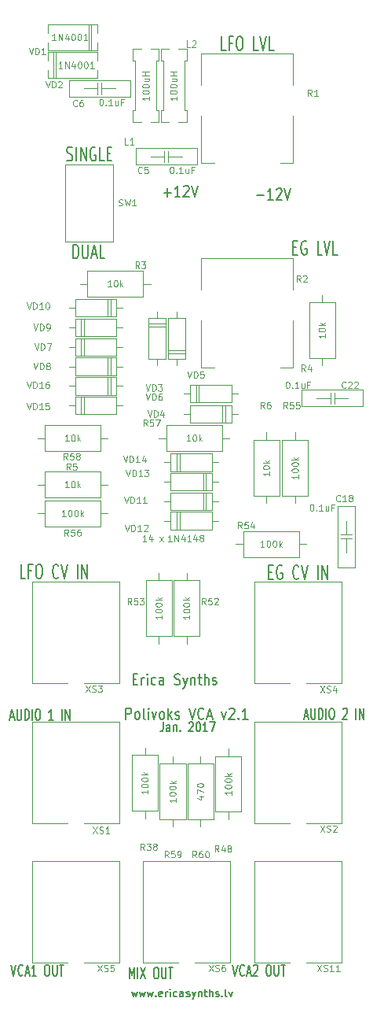
<source format=gto>
G04 #@! TF.FileFunction,Legend,Top*
%FSLAX46Y46*%
G04 Gerber Fmt 4.6, Leading zero omitted, Abs format (unit mm)*
G04 Created by KiCad (PCBNEW (2016-08-20 BZR 7083)-product) date Thu Jan 26 00:07:01 2017*
%MOMM*%
%LPD*%
G01*
G04 APERTURE LIST*
%ADD10C,0.100000*%
%ADD11C,0.200000*%
%ADD12C,0.150000*%
G04 APERTURE END LIST*
D10*
D11*
X16971428Y30147620D02*
X16971428Y29433334D01*
X16933333Y29290477D01*
X16857142Y29195239D01*
X16742857Y29147620D01*
X16666666Y29147620D01*
X17695238Y29147620D02*
X17695238Y29671429D01*
X17657142Y29766667D01*
X17580952Y29814286D01*
X17428571Y29814286D01*
X17352380Y29766667D01*
X17695238Y29195239D02*
X17619047Y29147620D01*
X17428571Y29147620D01*
X17352380Y29195239D01*
X17314285Y29290477D01*
X17314285Y29385715D01*
X17352380Y29480953D01*
X17428571Y29528572D01*
X17619047Y29528572D01*
X17695238Y29576191D01*
X18076190Y29814286D02*
X18076190Y29147620D01*
X18076190Y29719048D02*
X18114285Y29766667D01*
X18190476Y29814286D01*
X18304761Y29814286D01*
X18380952Y29766667D01*
X18419047Y29671429D01*
X18419047Y29147620D01*
X18800000Y29242858D02*
X18838095Y29195239D01*
X18800000Y29147620D01*
X18761904Y29195239D01*
X18800000Y29242858D01*
X18800000Y29147620D01*
X19752380Y30052381D02*
X19790476Y30100000D01*
X19866666Y30147620D01*
X20057142Y30147620D01*
X20133333Y30100000D01*
X20171428Y30052381D01*
X20209523Y29957143D01*
X20209523Y29861905D01*
X20171428Y29719048D01*
X19714285Y29147620D01*
X20209523Y29147620D01*
X20704761Y30147620D02*
X20780952Y30147620D01*
X20857142Y30100000D01*
X20895238Y30052381D01*
X20933333Y29957143D01*
X20971428Y29766667D01*
X20971428Y29528572D01*
X20933333Y29338096D01*
X20895238Y29242858D01*
X20857142Y29195239D01*
X20780952Y29147620D01*
X20704761Y29147620D01*
X20628571Y29195239D01*
X20590476Y29242858D01*
X20552380Y29338096D01*
X20514285Y29528572D01*
X20514285Y29766667D01*
X20552380Y29957143D01*
X20590476Y30052381D01*
X20628571Y30100000D01*
X20704761Y30147620D01*
X21733333Y29147620D02*
X21276190Y29147620D01*
X21504761Y29147620D02*
X21504761Y30147620D01*
X21428571Y30004762D01*
X21352380Y29909524D01*
X21276190Y29861905D01*
X22000000Y30147620D02*
X22533333Y30147620D01*
X22190476Y29147620D01*
X12952380Y30457143D02*
X12952380Y31657143D01*
X13333333Y31657143D01*
X13428571Y31600000D01*
X13476190Y31542858D01*
X13523809Y31428572D01*
X13523809Y31257143D01*
X13476190Y31142858D01*
X13428571Y31085715D01*
X13333333Y31028572D01*
X12952380Y31028572D01*
X14095238Y30457143D02*
X14000000Y30514286D01*
X13952380Y30571429D01*
X13904761Y30685715D01*
X13904761Y31028572D01*
X13952380Y31142858D01*
X14000000Y31200000D01*
X14095238Y31257143D01*
X14238095Y31257143D01*
X14333333Y31200000D01*
X14380952Y31142858D01*
X14428571Y31028572D01*
X14428571Y30685715D01*
X14380952Y30571429D01*
X14333333Y30514286D01*
X14238095Y30457143D01*
X14095238Y30457143D01*
X15000000Y30457143D02*
X14904761Y30514286D01*
X14857142Y30628572D01*
X14857142Y31657143D01*
X15380952Y30457143D02*
X15380952Y31257143D01*
X15380952Y31657143D02*
X15333333Y31600000D01*
X15380952Y31542858D01*
X15428571Y31600000D01*
X15380952Y31657143D01*
X15380952Y31542858D01*
X15761904Y31257143D02*
X16000000Y30457143D01*
X16238095Y31257143D01*
X16761904Y30457143D02*
X16666666Y30514286D01*
X16619047Y30571429D01*
X16571428Y30685715D01*
X16571428Y31028572D01*
X16619047Y31142858D01*
X16666666Y31200000D01*
X16761904Y31257143D01*
X16904761Y31257143D01*
X17000000Y31200000D01*
X17047619Y31142858D01*
X17095238Y31028572D01*
X17095238Y30685715D01*
X17047619Y30571429D01*
X17000000Y30514286D01*
X16904761Y30457143D01*
X16761904Y30457143D01*
X17523809Y30457143D02*
X17523809Y31657143D01*
X17619047Y30914286D02*
X17904761Y30457143D01*
X17904761Y31257143D02*
X17523809Y30800000D01*
X18285714Y30514286D02*
X18380952Y30457143D01*
X18571428Y30457143D01*
X18666666Y30514286D01*
X18714285Y30628572D01*
X18714285Y30685715D01*
X18666666Y30800000D01*
X18571428Y30857143D01*
X18428571Y30857143D01*
X18333333Y30914286D01*
X18285714Y31028572D01*
X18285714Y31085715D01*
X18333333Y31200000D01*
X18428571Y31257143D01*
X18571428Y31257143D01*
X18666666Y31200000D01*
X19761904Y31657143D02*
X20095238Y30457143D01*
X20428571Y31657143D01*
X21333333Y30571429D02*
X21285714Y30514286D01*
X21142857Y30457143D01*
X21047619Y30457143D01*
X20904761Y30514286D01*
X20809523Y30628572D01*
X20761904Y30742858D01*
X20714285Y30971429D01*
X20714285Y31142858D01*
X20761904Y31371429D01*
X20809523Y31485715D01*
X20904761Y31600000D01*
X21047619Y31657143D01*
X21142857Y31657143D01*
X21285714Y31600000D01*
X21333333Y31542858D01*
X21714285Y30800000D02*
X22190476Y30800000D01*
X21619047Y30457143D02*
X21952380Y31657143D01*
X22285714Y30457143D01*
X23285714Y31257143D02*
X23523809Y30457143D01*
X23761904Y31257143D01*
X24095238Y31542858D02*
X24142857Y31600000D01*
X24238095Y31657143D01*
X24476190Y31657143D01*
X24571428Y31600000D01*
X24619047Y31542858D01*
X24666666Y31428572D01*
X24666666Y31314286D01*
X24619047Y31142858D01*
X24047619Y30457143D01*
X24666666Y30457143D01*
X25095238Y30571429D02*
X25142857Y30514286D01*
X25095238Y30457143D01*
X25047619Y30514286D01*
X25095238Y30571429D01*
X25095238Y30457143D01*
X26095238Y30457143D02*
X25523809Y30457143D01*
X25809523Y30457143D02*
X25809523Y31657143D01*
X25714285Y31485715D01*
X25619047Y31371429D01*
X25523809Y31314286D01*
D12*
X24461904Y4057143D02*
X24728571Y2857143D01*
X24995238Y4057143D01*
X25719047Y2971429D02*
X25680952Y2914286D01*
X25566666Y2857143D01*
X25490476Y2857143D01*
X25376190Y2914286D01*
X25300000Y3028572D01*
X25261904Y3142858D01*
X25223809Y3371429D01*
X25223809Y3542858D01*
X25261904Y3771429D01*
X25300000Y3885715D01*
X25376190Y4000000D01*
X25490476Y4057143D01*
X25566666Y4057143D01*
X25680952Y4000000D01*
X25719047Y3942858D01*
X26023809Y3200000D02*
X26404761Y3200000D01*
X25947619Y2857143D02*
X26214285Y4057143D01*
X26480952Y2857143D01*
X26709523Y3942858D02*
X26747619Y4000000D01*
X26823809Y4057143D01*
X27014285Y4057143D01*
X27090476Y4000000D01*
X27128571Y3942858D01*
X27166666Y3828572D01*
X27166666Y3714286D01*
X27128571Y3542858D01*
X26671428Y2857143D01*
X27166666Y2857143D01*
X28271428Y4057143D02*
X28423809Y4057143D01*
X28500000Y4000000D01*
X28576190Y3885715D01*
X28614285Y3657143D01*
X28614285Y3257143D01*
X28576190Y3028572D01*
X28500000Y2914286D01*
X28423809Y2857143D01*
X28271428Y2857143D01*
X28195238Y2914286D01*
X28119047Y3028572D01*
X28080952Y3257143D01*
X28080952Y3657143D01*
X28119047Y3885715D01*
X28195238Y4000000D01*
X28271428Y4057143D01*
X28957142Y4057143D02*
X28957142Y3085715D01*
X28995238Y2971429D01*
X29033333Y2914286D01*
X29109523Y2857143D01*
X29261904Y2857143D01*
X29338095Y2914286D01*
X29376190Y2971429D01*
X29414285Y3085715D01*
X29414285Y4057143D01*
X29680952Y4057143D02*
X30138095Y4057143D01*
X29909523Y2857143D02*
X29909523Y4057143D01*
X13571428Y1171429D02*
X13723809Y638096D01*
X13876190Y1019048D01*
X14028571Y638096D01*
X14180952Y1171429D01*
X14409523Y1171429D02*
X14561904Y638096D01*
X14714285Y1019048D01*
X14866666Y638096D01*
X15019047Y1171429D01*
X15247619Y1171429D02*
X15400000Y638096D01*
X15552380Y1019048D01*
X15704761Y638096D01*
X15857142Y1171429D01*
X16161904Y714286D02*
X16200000Y676191D01*
X16161904Y638096D01*
X16123809Y676191D01*
X16161904Y714286D01*
X16161904Y638096D01*
X16847619Y676191D02*
X16771428Y638096D01*
X16619047Y638096D01*
X16542857Y676191D01*
X16504761Y752381D01*
X16504761Y1057143D01*
X16542857Y1133334D01*
X16619047Y1171429D01*
X16771428Y1171429D01*
X16847619Y1133334D01*
X16885714Y1057143D01*
X16885714Y980953D01*
X16504761Y904762D01*
X17228571Y638096D02*
X17228571Y1171429D01*
X17228571Y1019048D02*
X17266666Y1095239D01*
X17304761Y1133334D01*
X17380952Y1171429D01*
X17457142Y1171429D01*
X17723809Y638096D02*
X17723809Y1171429D01*
X17723809Y1438096D02*
X17685714Y1400000D01*
X17723809Y1361905D01*
X17761904Y1400000D01*
X17723809Y1438096D01*
X17723809Y1361905D01*
X18447619Y676191D02*
X18371428Y638096D01*
X18219047Y638096D01*
X18142857Y676191D01*
X18104761Y714286D01*
X18066666Y790477D01*
X18066666Y1019048D01*
X18104761Y1095239D01*
X18142857Y1133334D01*
X18219047Y1171429D01*
X18371428Y1171429D01*
X18447619Y1133334D01*
X19133333Y638096D02*
X19133333Y1057143D01*
X19095238Y1133334D01*
X19019047Y1171429D01*
X18866666Y1171429D01*
X18790476Y1133334D01*
X19133333Y676191D02*
X19057142Y638096D01*
X18866666Y638096D01*
X18790476Y676191D01*
X18752380Y752381D01*
X18752380Y828572D01*
X18790476Y904762D01*
X18866666Y942858D01*
X19057142Y942858D01*
X19133333Y980953D01*
X19476190Y676191D02*
X19552380Y638096D01*
X19704761Y638096D01*
X19780952Y676191D01*
X19819047Y752381D01*
X19819047Y790477D01*
X19780952Y866667D01*
X19704761Y904762D01*
X19590476Y904762D01*
X19514285Y942858D01*
X19476190Y1019048D01*
X19476190Y1057143D01*
X19514285Y1133334D01*
X19590476Y1171429D01*
X19704761Y1171429D01*
X19780952Y1133334D01*
X20085714Y1171429D02*
X20276190Y638096D01*
X20466666Y1171429D02*
X20276190Y638096D01*
X20200000Y447620D01*
X20161904Y409524D01*
X20085714Y371429D01*
X20771428Y1171429D02*
X20771428Y638096D01*
X20771428Y1095239D02*
X20809523Y1133334D01*
X20885714Y1171429D01*
X21000000Y1171429D01*
X21076190Y1133334D01*
X21114285Y1057143D01*
X21114285Y638096D01*
X21380952Y1171429D02*
X21685714Y1171429D01*
X21495238Y1438096D02*
X21495238Y752381D01*
X21533333Y676191D01*
X21609523Y638096D01*
X21685714Y638096D01*
X21952380Y638096D02*
X21952380Y1438096D01*
X22295238Y638096D02*
X22295238Y1057143D01*
X22257142Y1133334D01*
X22180952Y1171429D01*
X22066666Y1171429D01*
X21990476Y1133334D01*
X21952380Y1095239D01*
X22638095Y676191D02*
X22714285Y638096D01*
X22866666Y638096D01*
X22942857Y676191D01*
X22980952Y752381D01*
X22980952Y790477D01*
X22942857Y866667D01*
X22866666Y904762D01*
X22752380Y904762D01*
X22676190Y942858D01*
X22638095Y1019048D01*
X22638095Y1057143D01*
X22676190Y1133334D01*
X22752380Y1171429D01*
X22866666Y1171429D01*
X22942857Y1133334D01*
X23323809Y714286D02*
X23361904Y676191D01*
X23323809Y638096D01*
X23285714Y676191D01*
X23323809Y714286D01*
X23323809Y638096D01*
X23819047Y638096D02*
X23742857Y676191D01*
X23704761Y752381D01*
X23704761Y1438096D01*
X24047619Y1171429D02*
X24238095Y638096D01*
X24428571Y1171429D01*
D11*
X27038095Y86814286D02*
X27800000Y86814286D01*
X28800000Y86357143D02*
X28228571Y86357143D01*
X28514285Y86357143D02*
X28514285Y87557143D01*
X28419047Y87385715D01*
X28323809Y87271429D01*
X28228571Y87214286D01*
X29180952Y87442858D02*
X29228571Y87500000D01*
X29323809Y87557143D01*
X29561904Y87557143D01*
X29657142Y87500000D01*
X29704761Y87442858D01*
X29752380Y87328572D01*
X29752380Y87214286D01*
X29704761Y87042858D01*
X29133333Y86357143D01*
X29752380Y86357143D01*
X30038095Y87557143D02*
X30371428Y86357143D01*
X30704761Y87557143D01*
X17038095Y87114286D02*
X17800000Y87114286D01*
X17419047Y86657143D02*
X17419047Y87571429D01*
X18800000Y86657143D02*
X18228571Y86657143D01*
X18514285Y86657143D02*
X18514285Y87857143D01*
X18419047Y87685715D01*
X18323809Y87571429D01*
X18228571Y87514286D01*
X19180952Y87742858D02*
X19228571Y87800000D01*
X19323809Y87857143D01*
X19561904Y87857143D01*
X19657142Y87800000D01*
X19704761Y87742858D01*
X19752380Y87628572D01*
X19752380Y87514286D01*
X19704761Y87342858D01*
X19133333Y86657143D01*
X19752380Y86657143D01*
X20038095Y87857143D02*
X20371428Y86657143D01*
X20704761Y87857143D01*
X13723809Y34785715D02*
X14057142Y34785715D01*
X14200000Y34157143D02*
X13723809Y34157143D01*
X13723809Y35357143D01*
X14200000Y35357143D01*
X14628571Y34157143D02*
X14628571Y34957143D01*
X14628571Y34728572D02*
X14676190Y34842858D01*
X14723809Y34900000D01*
X14819047Y34957143D01*
X14914285Y34957143D01*
X15247619Y34157143D02*
X15247619Y34957143D01*
X15247619Y35357143D02*
X15200000Y35300000D01*
X15247619Y35242858D01*
X15295238Y35300000D01*
X15247619Y35357143D01*
X15247619Y35242858D01*
X16152380Y34214286D02*
X16057142Y34157143D01*
X15866666Y34157143D01*
X15771428Y34214286D01*
X15723809Y34271429D01*
X15676190Y34385715D01*
X15676190Y34728572D01*
X15723809Y34842858D01*
X15771428Y34900000D01*
X15866666Y34957143D01*
X16057142Y34957143D01*
X16152380Y34900000D01*
X17009523Y34157143D02*
X17009523Y34785715D01*
X16961904Y34900000D01*
X16866666Y34957143D01*
X16676190Y34957143D01*
X16580952Y34900000D01*
X17009523Y34214286D02*
X16914285Y34157143D01*
X16676190Y34157143D01*
X16580952Y34214286D01*
X16533333Y34328572D01*
X16533333Y34442858D01*
X16580952Y34557143D01*
X16676190Y34614286D01*
X16914285Y34614286D01*
X17009523Y34671429D01*
X18200000Y34214286D02*
X18342857Y34157143D01*
X18580952Y34157143D01*
X18676190Y34214286D01*
X18723809Y34271429D01*
X18771428Y34385715D01*
X18771428Y34500000D01*
X18723809Y34614286D01*
X18676190Y34671429D01*
X18580952Y34728572D01*
X18390476Y34785715D01*
X18295238Y34842858D01*
X18247619Y34900000D01*
X18200000Y35014286D01*
X18200000Y35128572D01*
X18247619Y35242858D01*
X18295238Y35300000D01*
X18390476Y35357143D01*
X18628571Y35357143D01*
X18771428Y35300000D01*
X19104761Y34957143D02*
X19342857Y34157143D01*
X19580952Y34957143D02*
X19342857Y34157143D01*
X19247619Y33871429D01*
X19200000Y33814286D01*
X19104761Y33757143D01*
X19961904Y34957143D02*
X19961904Y34157143D01*
X19961904Y34842858D02*
X20009523Y34900000D01*
X20104761Y34957143D01*
X20247619Y34957143D01*
X20342857Y34900000D01*
X20390476Y34785715D01*
X20390476Y34157143D01*
X20723809Y34957143D02*
X21104761Y34957143D01*
X20866666Y35357143D02*
X20866666Y34328572D01*
X20914285Y34214286D01*
X21009523Y34157143D01*
X21104761Y34157143D01*
X21438095Y34157143D02*
X21438095Y35357143D01*
X21866666Y34157143D02*
X21866666Y34785715D01*
X21819047Y34900000D01*
X21723809Y34957143D01*
X21580952Y34957143D01*
X21485714Y34900000D01*
X21438095Y34842858D01*
X22295238Y34214286D02*
X22390476Y34157143D01*
X22580952Y34157143D01*
X22676190Y34214286D01*
X22723809Y34328572D01*
X22723809Y34385715D01*
X22676190Y34500000D01*
X22580952Y34557143D01*
X22438095Y34557143D01*
X22342857Y34614286D01*
X22295238Y34728572D01*
X22295238Y34785715D01*
X22342857Y34900000D01*
X22438095Y34957143D01*
X22580952Y34957143D01*
X22676190Y34900000D01*
D10*
X15150000Y49583334D02*
X14750000Y49583334D01*
X14950000Y49583334D02*
X14950000Y50283334D01*
X14883333Y50183334D01*
X14816666Y50116667D01*
X14750000Y50083334D01*
X15750000Y50050000D02*
X15750000Y49583334D01*
X15583333Y50316667D02*
X15416666Y49816667D01*
X15850000Y49816667D01*
X16583333Y49583334D02*
X16950000Y50050000D01*
X16583333Y50050000D02*
X16950000Y49583334D01*
D11*
X7280952Y80021429D02*
X7280952Y81521429D01*
X7519047Y81521429D01*
X7661904Y81450000D01*
X7757142Y81307143D01*
X7804761Y81164286D01*
X7852380Y80878572D01*
X7852380Y80664286D01*
X7804761Y80378572D01*
X7757142Y80235715D01*
X7661904Y80092858D01*
X7519047Y80021429D01*
X7280952Y80021429D01*
X8280952Y81521429D02*
X8280952Y80307143D01*
X8328571Y80164286D01*
X8376190Y80092858D01*
X8471428Y80021429D01*
X8661904Y80021429D01*
X8757142Y80092858D01*
X8804761Y80164286D01*
X8852380Y80307143D01*
X8852380Y81521429D01*
X9280952Y80450000D02*
X9757142Y80450000D01*
X9185714Y80021429D02*
X9519047Y81521429D01*
X9852380Y80021429D01*
X10661904Y80021429D02*
X10185714Y80021429D01*
X10185714Y81521429D01*
X6595238Y90592858D02*
X6738095Y90521429D01*
X6976190Y90521429D01*
X7071428Y90592858D01*
X7119047Y90664286D01*
X7166666Y90807143D01*
X7166666Y90950000D01*
X7119047Y91092858D01*
X7071428Y91164286D01*
X6976190Y91235715D01*
X6785714Y91307143D01*
X6690476Y91378572D01*
X6642857Y91450000D01*
X6595238Y91592858D01*
X6595238Y91735715D01*
X6642857Y91878572D01*
X6690476Y91950000D01*
X6785714Y92021429D01*
X7023809Y92021429D01*
X7166666Y91950000D01*
X7595238Y90521429D02*
X7595238Y92021429D01*
X8071428Y90521429D02*
X8071428Y92021429D01*
X8642857Y90521429D01*
X8642857Y92021429D01*
X9642857Y91950000D02*
X9547619Y92021429D01*
X9404761Y92021429D01*
X9261904Y91950000D01*
X9166666Y91807143D01*
X9119047Y91664286D01*
X9071428Y91378572D01*
X9071428Y91164286D01*
X9119047Y90878572D01*
X9166666Y90735715D01*
X9261904Y90592858D01*
X9404761Y90521429D01*
X9500000Y90521429D01*
X9642857Y90592858D01*
X9690476Y90664286D01*
X9690476Y91164286D01*
X9500000Y91164286D01*
X10595238Y90521429D02*
X10119047Y90521429D01*
X10119047Y92021429D01*
X10928571Y91307143D02*
X11261904Y91307143D01*
X11404761Y90521429D02*
X10928571Y90521429D01*
X10928571Y92021429D01*
X11404761Y92021429D01*
D12*
X13314285Y2557143D02*
X13314285Y3757143D01*
X13580952Y2900000D01*
X13847619Y3757143D01*
X13847619Y2557143D01*
X14228571Y2557143D02*
X14228571Y3757143D01*
X14533333Y3757143D02*
X15066666Y2557143D01*
X15066666Y3757143D02*
X14533333Y2557143D01*
X16133333Y3757143D02*
X16285714Y3757143D01*
X16361904Y3700000D01*
X16438095Y3585715D01*
X16476190Y3357143D01*
X16476190Y2957143D01*
X16438095Y2728572D01*
X16361904Y2614286D01*
X16285714Y2557143D01*
X16133333Y2557143D01*
X16057142Y2614286D01*
X15980952Y2728572D01*
X15942857Y2957143D01*
X15942857Y3357143D01*
X15980952Y3585715D01*
X16057142Y3700000D01*
X16133333Y3757143D01*
X16819047Y3757143D02*
X16819047Y2785715D01*
X16857142Y2671429D01*
X16895238Y2614286D01*
X16971428Y2557143D01*
X17123809Y2557143D01*
X17200000Y2614286D01*
X17238095Y2671429D01*
X17276190Y2785715D01*
X17276190Y3757143D01*
X17542857Y3757143D02*
X18000000Y3757143D01*
X17771428Y2557143D02*
X17771428Y3757143D01*
X561904Y4057143D02*
X828571Y2857143D01*
X1095238Y4057143D01*
X1819047Y2971429D02*
X1780952Y2914286D01*
X1666666Y2857143D01*
X1590476Y2857143D01*
X1476190Y2914286D01*
X1400000Y3028572D01*
X1361904Y3142858D01*
X1323809Y3371429D01*
X1323809Y3542858D01*
X1361904Y3771429D01*
X1400000Y3885715D01*
X1476190Y4000000D01*
X1590476Y4057143D01*
X1666666Y4057143D01*
X1780952Y4000000D01*
X1819047Y3942858D01*
X2123809Y3200000D02*
X2504761Y3200000D01*
X2047619Y2857143D02*
X2314285Y4057143D01*
X2580952Y2857143D01*
X3266666Y2857143D02*
X2809523Y2857143D01*
X3038095Y2857143D02*
X3038095Y4057143D01*
X2961904Y3885715D01*
X2885714Y3771429D01*
X2809523Y3714286D01*
X4371428Y4057143D02*
X4523809Y4057143D01*
X4600000Y4000000D01*
X4676190Y3885715D01*
X4714285Y3657143D01*
X4714285Y3257143D01*
X4676190Y3028572D01*
X4600000Y2914286D01*
X4523809Y2857143D01*
X4371428Y2857143D01*
X4295238Y2914286D01*
X4219047Y3028572D01*
X4180952Y3257143D01*
X4180952Y3657143D01*
X4219047Y3885715D01*
X4295238Y4000000D01*
X4371428Y4057143D01*
X5057142Y4057143D02*
X5057142Y3085715D01*
X5095238Y2971429D01*
X5133333Y2914286D01*
X5209523Y2857143D01*
X5361904Y2857143D01*
X5438095Y2914286D01*
X5476190Y2971429D01*
X5514285Y3085715D01*
X5514285Y4057143D01*
X5780952Y4057143D02*
X6238095Y4057143D01*
X6009523Y2857143D02*
X6009523Y4057143D01*
X32180952Y30800000D02*
X32561904Y30800000D01*
X32104761Y30457143D02*
X32371428Y31657143D01*
X32638095Y30457143D01*
X32904761Y31657143D02*
X32904761Y30685715D01*
X32942857Y30571429D01*
X32980952Y30514286D01*
X33057142Y30457143D01*
X33209523Y30457143D01*
X33285714Y30514286D01*
X33323809Y30571429D01*
X33361904Y30685715D01*
X33361904Y31657143D01*
X33742857Y30457143D02*
X33742857Y31657143D01*
X33933333Y31657143D01*
X34047619Y31600000D01*
X34123809Y31485715D01*
X34161904Y31371429D01*
X34200000Y31142858D01*
X34200000Y30971429D01*
X34161904Y30742858D01*
X34123809Y30628572D01*
X34047619Y30514286D01*
X33933333Y30457143D01*
X33742857Y30457143D01*
X34542857Y30457143D02*
X34542857Y31657143D01*
X35076190Y31657143D02*
X35228571Y31657143D01*
X35304761Y31600000D01*
X35380952Y31485715D01*
X35419047Y31257143D01*
X35419047Y30857143D01*
X35380952Y30628572D01*
X35304761Y30514286D01*
X35228571Y30457143D01*
X35076190Y30457143D01*
X35000000Y30514286D01*
X34923809Y30628572D01*
X34885714Y30857143D01*
X34885714Y31257143D01*
X34923809Y31485715D01*
X35000000Y31600000D01*
X35076190Y31657143D01*
X36333333Y31542858D02*
X36371428Y31600000D01*
X36447619Y31657143D01*
X36638095Y31657143D01*
X36714285Y31600000D01*
X36752380Y31542858D01*
X36790476Y31428572D01*
X36790476Y31314286D01*
X36752380Y31142858D01*
X36295238Y30457143D01*
X36790476Y30457143D01*
X37742857Y30457143D02*
X37742857Y31657143D01*
X38123809Y30457143D02*
X38123809Y31657143D01*
X38580952Y30457143D01*
X38580952Y31657143D01*
X480952Y30700000D02*
X861904Y30700000D01*
X404761Y30357143D02*
X671428Y31557143D01*
X938095Y30357143D01*
X1204761Y31557143D02*
X1204761Y30585715D01*
X1242857Y30471429D01*
X1280952Y30414286D01*
X1357142Y30357143D01*
X1509523Y30357143D01*
X1585714Y30414286D01*
X1623809Y30471429D01*
X1661904Y30585715D01*
X1661904Y31557143D01*
X2042857Y30357143D02*
X2042857Y31557143D01*
X2233333Y31557143D01*
X2347619Y31500000D01*
X2423809Y31385715D01*
X2461904Y31271429D01*
X2500000Y31042858D01*
X2500000Y30871429D01*
X2461904Y30642858D01*
X2423809Y30528572D01*
X2347619Y30414286D01*
X2233333Y30357143D01*
X2042857Y30357143D01*
X2842857Y30357143D02*
X2842857Y31557143D01*
X3376190Y31557143D02*
X3528571Y31557143D01*
X3604761Y31500000D01*
X3680952Y31385715D01*
X3719047Y31157143D01*
X3719047Y30757143D01*
X3680952Y30528572D01*
X3604761Y30414286D01*
X3528571Y30357143D01*
X3376190Y30357143D01*
X3300000Y30414286D01*
X3223809Y30528572D01*
X3185714Y30757143D01*
X3185714Y31157143D01*
X3223809Y31385715D01*
X3300000Y31500000D01*
X3376190Y31557143D01*
X5090476Y30357143D02*
X4633333Y30357143D01*
X4861904Y30357143D02*
X4861904Y31557143D01*
X4785714Y31385715D01*
X4709523Y31271429D01*
X4633333Y31214286D01*
X6042857Y30357143D02*
X6042857Y31557143D01*
X6423809Y30357143D02*
X6423809Y31557143D01*
X6880952Y30357143D01*
X6880952Y31557143D01*
D11*
X28333333Y46307143D02*
X28666666Y46307143D01*
X28809523Y45521429D02*
X28333333Y45521429D01*
X28333333Y47021429D01*
X28809523Y47021429D01*
X29761904Y46950000D02*
X29666666Y47021429D01*
X29523809Y47021429D01*
X29380952Y46950000D01*
X29285714Y46807143D01*
X29238095Y46664286D01*
X29190476Y46378572D01*
X29190476Y46164286D01*
X29238095Y45878572D01*
X29285714Y45735715D01*
X29380952Y45592858D01*
X29523809Y45521429D01*
X29619047Y45521429D01*
X29761904Y45592858D01*
X29809523Y45664286D01*
X29809523Y46164286D01*
X29619047Y46164286D01*
X31571428Y45664286D02*
X31523809Y45592858D01*
X31380952Y45521429D01*
X31285714Y45521429D01*
X31142857Y45592858D01*
X31047619Y45735715D01*
X31000000Y45878572D01*
X30952380Y46164286D01*
X30952380Y46378572D01*
X31000000Y46664286D01*
X31047619Y46807143D01*
X31142857Y46950000D01*
X31285714Y47021429D01*
X31380952Y47021429D01*
X31523809Y46950000D01*
X31571428Y46878572D01*
X31857142Y47021429D02*
X32190476Y45521429D01*
X32523809Y47021429D01*
X33619047Y45521429D02*
X33619047Y47021429D01*
X34095238Y45521429D02*
X34095238Y47021429D01*
X34666666Y45521429D01*
X34666666Y47021429D01*
X2104761Y45621429D02*
X1628571Y45621429D01*
X1628571Y47121429D01*
X2771428Y46407143D02*
X2438095Y46407143D01*
X2438095Y45621429D02*
X2438095Y47121429D01*
X2914285Y47121429D01*
X3485714Y47121429D02*
X3676190Y47121429D01*
X3771428Y47050000D01*
X3866666Y46907143D01*
X3914285Y46621429D01*
X3914285Y46121429D01*
X3866666Y45835715D01*
X3771428Y45692858D01*
X3676190Y45621429D01*
X3485714Y45621429D01*
X3390476Y45692858D01*
X3295238Y45835715D01*
X3247619Y46121429D01*
X3247619Y46621429D01*
X3295238Y46907143D01*
X3390476Y47050000D01*
X3485714Y47121429D01*
X5676190Y45764286D02*
X5628571Y45692858D01*
X5485714Y45621429D01*
X5390476Y45621429D01*
X5247619Y45692858D01*
X5152380Y45835715D01*
X5104761Y45978572D01*
X5057142Y46264286D01*
X5057142Y46478572D01*
X5104761Y46764286D01*
X5152380Y46907143D01*
X5247619Y47050000D01*
X5390476Y47121429D01*
X5485714Y47121429D01*
X5628571Y47050000D01*
X5676190Y46978572D01*
X5961904Y47121429D02*
X6295238Y45621429D01*
X6628571Y47121429D01*
X7723809Y45621429D02*
X7723809Y47121429D01*
X8200000Y45621429D02*
X8200000Y47121429D01*
X8771428Y45621429D01*
X8771428Y47121429D01*
X30966666Y81207143D02*
X31300000Y81207143D01*
X31442857Y80421429D02*
X30966666Y80421429D01*
X30966666Y81921429D01*
X31442857Y81921429D01*
X32395238Y81850000D02*
X32300000Y81921429D01*
X32157142Y81921429D01*
X32014285Y81850000D01*
X31919047Y81707143D01*
X31871428Y81564286D01*
X31823809Y81278572D01*
X31823809Y81064286D01*
X31871428Y80778572D01*
X31919047Y80635715D01*
X32014285Y80492858D01*
X32157142Y80421429D01*
X32252380Y80421429D01*
X32395238Y80492858D01*
X32442857Y80564286D01*
X32442857Y81064286D01*
X32252380Y81064286D01*
X34109523Y80421429D02*
X33633333Y80421429D01*
X33633333Y81921429D01*
X34300000Y81921429D02*
X34633333Y80421429D01*
X34966666Y81921429D01*
X35776190Y80421429D02*
X35300000Y80421429D01*
X35300000Y81921429D01*
X23738095Y102421429D02*
X23261904Y102421429D01*
X23261904Y103921429D01*
X24404761Y103207143D02*
X24071428Y103207143D01*
X24071428Y102421429D02*
X24071428Y103921429D01*
X24547619Y103921429D01*
X25119047Y103921429D02*
X25309523Y103921429D01*
X25404761Y103850000D01*
X25500000Y103707143D01*
X25547619Y103421429D01*
X25547619Y102921429D01*
X25500000Y102635715D01*
X25404761Y102492858D01*
X25309523Y102421429D01*
X25119047Y102421429D01*
X25023809Y102492858D01*
X24928571Y102635715D01*
X24880952Y102921429D01*
X24880952Y103421429D01*
X24928571Y103707143D01*
X25023809Y103850000D01*
X25119047Y103921429D01*
X27214285Y102421429D02*
X26738095Y102421429D01*
X26738095Y103921429D01*
X27404761Y103921429D02*
X27738095Y102421429D01*
X28071428Y103921429D01*
X28880952Y102421429D02*
X28404761Y102421429D01*
X28404761Y103921429D01*
D10*
X18730000Y50847500D02*
X18730000Y52752500D01*
X18412500Y50847500D02*
X18412500Y52752500D01*
X22222500Y51800000D02*
X22900000Y51800000D01*
X17777500Y51800000D02*
X17100000Y51800000D01*
X22222500Y50847500D02*
X17777500Y50847500D01*
X17777500Y50847500D02*
X17777500Y52752500D01*
X17777500Y52752500D02*
X22222500Y52752500D01*
X22222500Y52752500D02*
X22222500Y50847500D01*
X10200000Y60700000D02*
X11000000Y60700000D01*
X4200000Y60700000D02*
X3400000Y60700000D01*
X10200000Y62100000D02*
X10200000Y59300000D01*
X10200000Y59300000D02*
X4200000Y59300000D01*
X4200000Y59300000D02*
X4200000Y62100000D01*
X4200000Y62100000D02*
X10200000Y62100000D01*
X17100000Y91000000D02*
X15600000Y91000000D01*
X17500000Y91000000D02*
X19000000Y91000000D01*
X17500000Y91600000D02*
X17500000Y90400000D01*
X17100000Y91600000D02*
X17100000Y90400000D01*
X14000000Y91900000D02*
X20600000Y91900000D01*
X20600000Y91900000D02*
X20600000Y90100000D01*
X20600000Y90100000D02*
X14000000Y90100000D01*
X14000000Y90100000D02*
X14000000Y91900000D01*
X9900000Y98300000D02*
X8400000Y98300000D01*
X10300000Y98300000D02*
X11800000Y98300000D01*
X10300000Y98900000D02*
X10300000Y97700000D01*
X9900000Y98900000D02*
X9900000Y97700000D01*
X6800000Y99200000D02*
X13400000Y99200000D01*
X13400000Y99200000D02*
X13400000Y97400000D01*
X13400000Y97400000D02*
X6800000Y97400000D01*
X6800000Y97400000D02*
X6800000Y99200000D01*
X36700000Y50300000D02*
X36700000Y51800000D01*
X36700000Y49900000D02*
X36700000Y48400000D01*
X37300000Y49900000D02*
X36100000Y49900000D01*
X37300000Y50300000D02*
X36100000Y50300000D01*
X37600000Y53400000D02*
X37600000Y46800000D01*
X37600000Y46800000D02*
X35800000Y46800000D01*
X35800000Y46800000D02*
X35800000Y53400000D01*
X35800000Y53400000D02*
X37600000Y53400000D01*
X13703000Y102537000D02*
X13703000Y101267000D01*
X13703000Y101267000D02*
X13957000Y101267000D01*
X13957000Y101267000D02*
X13957000Y95933000D01*
X13957000Y95933000D02*
X13703000Y95933000D01*
X13703000Y95933000D02*
X13703000Y94663000D01*
X13703000Y94663000D02*
X14592000Y94663000D01*
X14592000Y102537000D02*
X13703000Y102537000D01*
X16497000Y102537000D02*
X15608000Y102537000D01*
X16497000Y102537000D02*
X16497000Y101267000D01*
X16497000Y101267000D02*
X16243000Y101267000D01*
X16243000Y101267000D02*
X16243000Y95933000D01*
X16243000Y95933000D02*
X16497000Y95933000D01*
X16497000Y95933000D02*
X16497000Y94663000D01*
X16497000Y94663000D02*
X15608000Y94663000D01*
X16703000Y102537000D02*
X16703000Y101267000D01*
X16703000Y101267000D02*
X16957000Y101267000D01*
X16957000Y101267000D02*
X16957000Y95933000D01*
X16957000Y95933000D02*
X16703000Y95933000D01*
X16703000Y95933000D02*
X16703000Y94663000D01*
X16703000Y94663000D02*
X17592000Y94663000D01*
X17592000Y102537000D02*
X16703000Y102537000D01*
X19497000Y102537000D02*
X18608000Y102537000D01*
X19497000Y102537000D02*
X19497000Y101267000D01*
X19497000Y101267000D02*
X19243000Y101267000D01*
X19243000Y101267000D02*
X19243000Y95933000D01*
X19243000Y95933000D02*
X19497000Y95933000D01*
X19497000Y95933000D02*
X19497000Y94663000D01*
X19497000Y94663000D02*
X18608000Y94663000D01*
X30953000Y95349000D02*
X30953000Y90269000D01*
X30953000Y90269000D02*
X29556000Y90269000D01*
X21047000Y95349000D02*
X21047000Y90269000D01*
X21047000Y90269000D02*
X22444000Y90269000D01*
X21047000Y98651000D02*
X21047000Y102080000D01*
X21047000Y102080000D02*
X30953000Y102080000D01*
X30953000Y102080000D02*
X30953000Y98651000D01*
X30953000Y73349000D02*
X30953000Y68269000D01*
X30953000Y68269000D02*
X29556000Y68269000D01*
X21047000Y73349000D02*
X21047000Y68269000D01*
X21047000Y68269000D02*
X22444000Y68269000D01*
X21047000Y76651000D02*
X21047000Y80080000D01*
X21047000Y80080000D02*
X30953000Y80080000D01*
X30953000Y80080000D02*
X30953000Y76651000D01*
X6611000Y19301000D02*
X2801000Y19301000D01*
X2801000Y19301000D02*
X2801000Y30223000D01*
X2801000Y30223000D02*
X12199000Y30223000D01*
X12199000Y30223000D02*
X12199000Y19301000D01*
X12199000Y19301000D02*
X8389000Y19301000D01*
X30611000Y19301000D02*
X26801000Y19301000D01*
X26801000Y19301000D02*
X26801000Y30223000D01*
X26801000Y30223000D02*
X36199000Y30223000D01*
X36199000Y30223000D02*
X36199000Y19301000D01*
X36199000Y19301000D02*
X32389000Y19301000D01*
X6611000Y34301000D02*
X2801000Y34301000D01*
X2801000Y34301000D02*
X2801000Y45223000D01*
X2801000Y45223000D02*
X12199000Y45223000D01*
X12199000Y45223000D02*
X12199000Y34301000D01*
X12199000Y34301000D02*
X8389000Y34301000D01*
X30611000Y34301000D02*
X26801000Y34301000D01*
X26801000Y34301000D02*
X26801000Y45223000D01*
X26801000Y45223000D02*
X36199000Y45223000D01*
X36199000Y45223000D02*
X36199000Y34301000D01*
X36199000Y34301000D02*
X32389000Y34301000D01*
X6611000Y4301000D02*
X2801000Y4301000D01*
X2801000Y4301000D02*
X2801000Y15223000D01*
X2801000Y15223000D02*
X12199000Y15223000D01*
X12199000Y15223000D02*
X12199000Y4301000D01*
X12199000Y4301000D02*
X8389000Y4301000D01*
X18611000Y4301000D02*
X14801000Y4301000D01*
X14801000Y4301000D02*
X14801000Y15223000D01*
X14801000Y15223000D02*
X24199000Y15223000D01*
X24199000Y15223000D02*
X24199000Y4301000D01*
X24199000Y4301000D02*
X20389000Y4301000D01*
X35000000Y65000000D02*
X33500000Y65000000D01*
X35400000Y65000000D02*
X36900000Y65000000D01*
X35400000Y65600000D02*
X35400000Y64400000D01*
X35000000Y65600000D02*
X35000000Y64400000D01*
X31900000Y65900000D02*
X38500000Y65900000D01*
X38500000Y65900000D02*
X38500000Y64100000D01*
X38500000Y64100000D02*
X31900000Y64100000D01*
X31900000Y64100000D02*
X31900000Y65900000D01*
X9867000Y103292000D02*
X9867000Y102403000D01*
X9867000Y105197000D02*
X9867000Y104308000D01*
X4533000Y103292000D02*
X4533000Y102403000D01*
X4533000Y105197000D02*
X4533000Y104308000D01*
X8978000Y105197000D02*
X8978000Y102403000D01*
X9232000Y105197000D02*
X9232000Y102403000D01*
X4533000Y105197000D02*
X9867000Y105197000D01*
X9867000Y102403000D02*
X4533000Y102403000D01*
X4533000Y101308000D02*
X4533000Y102197000D01*
X4533000Y99403000D02*
X4533000Y100292000D01*
X9867000Y101308000D02*
X9867000Y102197000D01*
X9867000Y99403000D02*
X9867000Y100292000D01*
X5422000Y99403000D02*
X5422000Y102197000D01*
X5168000Y99403000D02*
X5168000Y102197000D01*
X9867000Y99403000D02*
X4533000Y99403000D01*
X4533000Y102197000D02*
X9867000Y102197000D01*
X6396500Y81872500D02*
X11603500Y81872500D01*
X11603500Y81872500D02*
X11603500Y90127500D01*
X11603500Y90127500D02*
X6396500Y90127500D01*
X6396500Y90127500D02*
X6396500Y81872500D01*
X30611000Y4301000D02*
X26801000Y4301000D01*
X26801000Y4301000D02*
X26801000Y15223000D01*
X26801000Y15223000D02*
X36199000Y15223000D01*
X36199000Y15223000D02*
X36199000Y4301000D01*
X36199000Y4301000D02*
X32389000Y4301000D01*
X21000000Y19700000D02*
X21000000Y18900000D01*
X21000000Y25700000D02*
X21000000Y26500000D01*
X22400000Y19700000D02*
X19600000Y19700000D01*
X19600000Y19700000D02*
X19600000Y25700000D01*
X19600000Y25700000D02*
X22400000Y25700000D01*
X22400000Y25700000D02*
X22400000Y19700000D01*
X18000000Y25700000D02*
X18000000Y26500000D01*
X18000000Y19700000D02*
X18000000Y18900000D01*
X16600000Y25700000D02*
X19400000Y25700000D01*
X19400000Y25700000D02*
X19400000Y19700000D01*
X19400000Y19700000D02*
X16600000Y19700000D01*
X16600000Y19700000D02*
X16600000Y25700000D01*
X23300000Y60700000D02*
X24100000Y60700000D01*
X17300000Y60700000D02*
X16500000Y60700000D01*
X23300000Y62100000D02*
X23300000Y59300000D01*
X23300000Y59300000D02*
X17300000Y59300000D01*
X17300000Y59300000D02*
X17300000Y62100000D01*
X17300000Y62100000D02*
X23300000Y62100000D01*
X10200000Y52600000D02*
X11000000Y52600000D01*
X4200000Y52600000D02*
X3400000Y52600000D01*
X10200000Y54000000D02*
X10200000Y51200000D01*
X10200000Y51200000D02*
X4200000Y51200000D01*
X4200000Y51200000D02*
X4200000Y54000000D01*
X4200000Y54000000D02*
X10200000Y54000000D01*
X31200000Y54500000D02*
X31200000Y53700000D01*
X31200000Y60500000D02*
X31200000Y61300000D01*
X32600000Y54500000D02*
X29800000Y54500000D01*
X29800000Y54500000D02*
X29800000Y60500000D01*
X29800000Y60500000D02*
X32600000Y60500000D01*
X32600000Y60500000D02*
X32600000Y54500000D01*
X16500000Y45400000D02*
X16500000Y46200000D01*
X16500000Y39400000D02*
X16500000Y38600000D01*
X15100000Y45400000D02*
X17900000Y45400000D01*
X17900000Y45400000D02*
X17900000Y39400000D01*
X17900000Y39400000D02*
X15100000Y39400000D01*
X15100000Y39400000D02*
X15100000Y45400000D01*
X19500000Y45400000D02*
X19500000Y46200000D01*
X19500000Y39400000D02*
X19500000Y38600000D01*
X18100000Y45400000D02*
X20900000Y45400000D01*
X20900000Y45400000D02*
X20900000Y39400000D01*
X20900000Y39400000D02*
X18100000Y39400000D01*
X18100000Y39400000D02*
X18100000Y45400000D01*
X24000000Y20500000D02*
X24000000Y19700000D01*
X24000000Y26500000D02*
X24000000Y27300000D01*
X25400000Y20500000D02*
X22600000Y20500000D01*
X22600000Y20500000D02*
X22600000Y26500000D01*
X22600000Y26500000D02*
X25400000Y26500000D01*
X25400000Y26500000D02*
X25400000Y20500000D01*
X15000000Y20600000D02*
X15000000Y19800000D01*
X15000000Y26600000D02*
X15000000Y27400000D01*
X16400000Y20600000D02*
X13600000Y20600000D01*
X13600000Y20600000D02*
X13600000Y26600000D01*
X13600000Y26600000D02*
X16400000Y26600000D01*
X16400000Y26600000D02*
X16400000Y20600000D01*
X28100000Y60500000D02*
X28100000Y61300000D01*
X28100000Y54500000D02*
X28100000Y53700000D01*
X26700000Y60500000D02*
X29500000Y60500000D01*
X29500000Y60500000D02*
X29500000Y54500000D01*
X29500000Y54500000D02*
X26700000Y54500000D01*
X26700000Y54500000D02*
X26700000Y60500000D01*
X4200000Y55700000D02*
X3400000Y55700000D01*
X10200000Y55700000D02*
X11000000Y55700000D01*
X4200000Y54300000D02*
X4200000Y57100000D01*
X4200000Y57100000D02*
X10200000Y57100000D01*
X10200000Y57100000D02*
X10200000Y54300000D01*
X10200000Y54300000D02*
X4200000Y54300000D01*
X31600000Y49300000D02*
X32400000Y49300000D01*
X25600000Y49300000D02*
X24800000Y49300000D01*
X31600000Y50700000D02*
X31600000Y47900000D01*
X31600000Y47900000D02*
X25600000Y47900000D01*
X25600000Y47900000D02*
X25600000Y50700000D01*
X25600000Y50700000D02*
X31600000Y50700000D01*
X34100000Y69300000D02*
X34100000Y68500000D01*
X34100000Y75300000D02*
X34100000Y76100000D01*
X35500000Y69300000D02*
X32700000Y69300000D01*
X32700000Y69300000D02*
X32700000Y75300000D01*
X32700000Y75300000D02*
X35500000Y75300000D01*
X35500000Y75300000D02*
X35500000Y69300000D01*
X14800000Y77300000D02*
X15600000Y77300000D01*
X8800000Y77300000D02*
X8000000Y77300000D01*
X14800000Y78700000D02*
X14800000Y75900000D01*
X14800000Y75900000D02*
X8800000Y75900000D01*
X8800000Y75900000D02*
X8800000Y78700000D01*
X8800000Y78700000D02*
X14800000Y78700000D01*
X10970000Y67252500D02*
X10970000Y65347500D01*
X11287500Y67252500D02*
X11287500Y65347500D01*
X7477500Y66300000D02*
X6800000Y66300000D01*
X11922500Y66300000D02*
X12600000Y66300000D01*
X7477500Y67252500D02*
X11922500Y67252500D01*
X11922500Y67252500D02*
X11922500Y65347500D01*
X11922500Y65347500D02*
X7477500Y65347500D01*
X7477500Y65347500D02*
X7477500Y67252500D01*
X8430000Y63247500D02*
X8430000Y65152500D01*
X8112500Y63247500D02*
X8112500Y65152500D01*
X11922500Y64200000D02*
X12600000Y64200000D01*
X7477500Y64200000D02*
X6800000Y64200000D01*
X11922500Y63247500D02*
X7477500Y63247500D01*
X7477500Y63247500D02*
X7477500Y65152500D01*
X7477500Y65152500D02*
X11922500Y65152500D01*
X11922500Y65152500D02*
X11922500Y63247500D01*
X18730000Y57147500D02*
X18730000Y59052500D01*
X18412500Y57147500D02*
X18412500Y59052500D01*
X22222500Y58100000D02*
X22900000Y58100000D01*
X17777500Y58100000D02*
X17100000Y58100000D01*
X22222500Y57147500D02*
X17777500Y57147500D01*
X17777500Y57147500D02*
X17777500Y59052500D01*
X17777500Y59052500D02*
X22222500Y59052500D01*
X22222500Y59052500D02*
X22222500Y57147500D01*
X21270000Y56952500D02*
X21270000Y55047500D01*
X21587500Y56952500D02*
X21587500Y55047500D01*
X17777500Y56000000D02*
X17100000Y56000000D01*
X22222500Y56000000D02*
X22900000Y56000000D01*
X17777500Y56952500D02*
X22222500Y56952500D01*
X22222500Y56952500D02*
X22222500Y55047500D01*
X22222500Y55047500D02*
X17777500Y55047500D01*
X17777500Y55047500D02*
X17777500Y56952500D01*
X21270000Y54852500D02*
X21270000Y52947500D01*
X21587500Y54852500D02*
X21587500Y52947500D01*
X17777500Y53900000D02*
X17100000Y53900000D01*
X22222500Y53900000D02*
X22900000Y53900000D01*
X17777500Y54852500D02*
X22222500Y54852500D01*
X22222500Y54852500D02*
X22222500Y52947500D01*
X22222500Y52947500D02*
X17777500Y52947500D01*
X17777500Y52947500D02*
X17777500Y54852500D01*
X10970000Y75652500D02*
X10970000Y73747500D01*
X11287500Y75652500D02*
X11287500Y73747500D01*
X7477500Y74700000D02*
X6800000Y74700000D01*
X11922500Y74700000D02*
X12600000Y74700000D01*
X7477500Y75652500D02*
X11922500Y75652500D01*
X11922500Y75652500D02*
X11922500Y73747500D01*
X11922500Y73747500D02*
X7477500Y73747500D01*
X7477500Y73747500D02*
X7477500Y75652500D01*
X8430000Y71647500D02*
X8430000Y73552500D01*
X8112500Y71647500D02*
X8112500Y73552500D01*
X11922500Y72600000D02*
X12600000Y72600000D01*
X7477500Y72600000D02*
X6800000Y72600000D01*
X11922500Y71647500D02*
X7477500Y71647500D01*
X7477500Y71647500D02*
X7477500Y73552500D01*
X7477500Y73552500D02*
X11922500Y73552500D01*
X11922500Y73552500D02*
X11922500Y71647500D01*
X10970000Y69352500D02*
X10970000Y67447500D01*
X11287500Y69352500D02*
X11287500Y67447500D01*
X7477500Y68400000D02*
X6800000Y68400000D01*
X11922500Y68400000D02*
X12600000Y68400000D01*
X7477500Y69352500D02*
X11922500Y69352500D01*
X11922500Y69352500D02*
X11922500Y67447500D01*
X11922500Y67447500D02*
X7477500Y67447500D01*
X7477500Y67447500D02*
X7477500Y69352500D01*
X8430000Y69547500D02*
X8430000Y71452500D01*
X8112500Y69547500D02*
X8112500Y71452500D01*
X11922500Y70500000D02*
X12600000Y70500000D01*
X7477500Y70500000D02*
X6800000Y70500000D01*
X11922500Y69547500D02*
X7477500Y69547500D01*
X7477500Y69547500D02*
X7477500Y71452500D01*
X7477500Y71452500D02*
X11922500Y71452500D01*
X11922500Y71452500D02*
X11922500Y69547500D01*
X20830000Y64547500D02*
X20830000Y66452500D01*
X20512500Y64547500D02*
X20512500Y66452500D01*
X24322500Y65500000D02*
X25000000Y65500000D01*
X19877500Y65500000D02*
X19200000Y65500000D01*
X24322500Y64547500D02*
X19877500Y64547500D01*
X19877500Y64547500D02*
X19877500Y66452500D01*
X19877500Y66452500D02*
X24322500Y66452500D01*
X24322500Y66452500D02*
X24322500Y64547500D01*
X19352500Y70130000D02*
X17447500Y70130000D01*
X19352500Y69812500D02*
X17447500Y69812500D01*
X18400000Y73622500D02*
X18400000Y74300000D01*
X18400000Y69177500D02*
X18400000Y68500000D01*
X19352500Y73622500D02*
X19352500Y69177500D01*
X19352500Y69177500D02*
X17447500Y69177500D01*
X17447500Y69177500D02*
X17447500Y73622500D01*
X17447500Y73622500D02*
X19352500Y73622500D01*
X23370000Y64252500D02*
X23370000Y62347500D01*
X23687500Y64252500D02*
X23687500Y62347500D01*
X19877500Y63300000D02*
X19200000Y63300000D01*
X24322500Y63300000D02*
X25000000Y63300000D01*
X19877500Y64252500D02*
X24322500Y64252500D01*
X24322500Y64252500D02*
X24322500Y62347500D01*
X24322500Y62347500D02*
X19877500Y62347500D01*
X19877500Y62347500D02*
X19877500Y64252500D01*
X15347500Y72670000D02*
X17252500Y72670000D01*
X15347500Y72987500D02*
X17252500Y72987500D01*
X16300000Y69177500D02*
X16300000Y68500000D01*
X16300000Y73622500D02*
X16300000Y74300000D01*
X15347500Y69177500D02*
X15347500Y73622500D01*
X15347500Y73622500D02*
X17252500Y73622500D01*
X17252500Y73622500D02*
X17252500Y69177500D01*
X17252500Y69177500D02*
X15347500Y69177500D01*
X17900000Y49583334D02*
X17500000Y49583334D01*
X17700000Y49583334D02*
X17700000Y50283334D01*
X17633333Y50183334D01*
X17566666Y50116667D01*
X17500000Y50083334D01*
X18200000Y49583334D02*
X18200000Y50283334D01*
X18600000Y49583334D01*
X18600000Y50283334D01*
X19233333Y50050000D02*
X19233333Y49583334D01*
X19066666Y50316667D02*
X18900000Y49816667D01*
X19333333Y49816667D01*
X19966666Y49583334D02*
X19566666Y49583334D01*
X19766666Y49583334D02*
X19766666Y50283334D01*
X19700000Y50183334D01*
X19633333Y50116667D01*
X19566666Y50083334D01*
X20566666Y50050000D02*
X20566666Y49583334D01*
X20400000Y50316667D02*
X20233333Y49816667D01*
X20666666Y49816667D01*
X21033333Y49983334D02*
X20966666Y50016667D01*
X20933333Y50050000D01*
X20900000Y50116667D01*
X20900000Y50150000D01*
X20933333Y50216667D01*
X20966666Y50250000D01*
X21033333Y50283334D01*
X21166666Y50283334D01*
X21233333Y50250000D01*
X21266666Y50216667D01*
X21300000Y50150000D01*
X21300000Y50116667D01*
X21266666Y50050000D01*
X21233333Y50016667D01*
X21166666Y49983334D01*
X21033333Y49983334D01*
X20966666Y49950000D01*
X20933333Y49916667D01*
X20900000Y49850000D01*
X20900000Y49716667D01*
X20933333Y49650000D01*
X20966666Y49616667D01*
X21033333Y49583334D01*
X21166666Y49583334D01*
X21233333Y49616667D01*
X21266666Y49650000D01*
X21300000Y49716667D01*
X21300000Y49850000D01*
X21266666Y49916667D01*
X21233333Y49950000D01*
X21166666Y49983334D01*
X12850000Y51383334D02*
X13083333Y50683334D01*
X13316666Y51383334D01*
X13550000Y50683334D02*
X13550000Y51383334D01*
X13716666Y51383334D01*
X13816666Y51350000D01*
X13883333Y51283334D01*
X13916666Y51216667D01*
X13950000Y51083334D01*
X13950000Y50983334D01*
X13916666Y50850000D01*
X13883333Y50783334D01*
X13816666Y50716667D01*
X13716666Y50683334D01*
X13550000Y50683334D01*
X14616666Y50683334D02*
X14216666Y50683334D01*
X14416666Y50683334D02*
X14416666Y51383334D01*
X14350000Y51283334D01*
X14283333Y51216667D01*
X14216666Y51183334D01*
X14883333Y51316667D02*
X14916666Y51350000D01*
X14983333Y51383334D01*
X15150000Y51383334D01*
X15216666Y51350000D01*
X15250000Y51316667D01*
X15283333Y51250000D01*
X15283333Y51183334D01*
X15250000Y51083334D01*
X14850000Y50683334D01*
X15283333Y50683334D01*
X6650000Y58383334D02*
X6416666Y58716667D01*
X6250000Y58383334D02*
X6250000Y59083334D01*
X6516666Y59083334D01*
X6583333Y59050000D01*
X6616666Y59016667D01*
X6650000Y58950000D01*
X6650000Y58850000D01*
X6616666Y58783334D01*
X6583333Y58750000D01*
X6516666Y58716667D01*
X6250000Y58716667D01*
X7283333Y59083334D02*
X6950000Y59083334D01*
X6916666Y58750000D01*
X6950000Y58783334D01*
X7016666Y58816667D01*
X7183333Y58816667D01*
X7250000Y58783334D01*
X7283333Y58750000D01*
X7316666Y58683334D01*
X7316666Y58516667D01*
X7283333Y58450000D01*
X7250000Y58416667D01*
X7183333Y58383334D01*
X7016666Y58383334D01*
X6950000Y58416667D01*
X6916666Y58450000D01*
X7716666Y58783334D02*
X7650000Y58816667D01*
X7616666Y58850000D01*
X7583333Y58916667D01*
X7583333Y58950000D01*
X7616666Y59016667D01*
X7650000Y59050000D01*
X7716666Y59083334D01*
X7850000Y59083334D01*
X7916666Y59050000D01*
X7950000Y59016667D01*
X7983333Y58950000D01*
X7983333Y58916667D01*
X7950000Y58850000D01*
X7916666Y58816667D01*
X7850000Y58783334D01*
X7716666Y58783334D01*
X7650000Y58750000D01*
X7616666Y58716667D01*
X7583333Y58650000D01*
X7583333Y58516667D01*
X7616666Y58450000D01*
X7650000Y58416667D01*
X7716666Y58383334D01*
X7850000Y58383334D01*
X7916666Y58416667D01*
X7950000Y58450000D01*
X7983333Y58516667D01*
X7983333Y58650000D01*
X7950000Y58716667D01*
X7916666Y58750000D01*
X7850000Y58783334D01*
X6783333Y60383334D02*
X6383333Y60383334D01*
X6583333Y60383334D02*
X6583333Y61083334D01*
X6516666Y60983334D01*
X6450000Y60916667D01*
X6383333Y60883334D01*
X7216666Y61083334D02*
X7283333Y61083334D01*
X7350000Y61050000D01*
X7383333Y61016667D01*
X7416666Y60950000D01*
X7450000Y60816667D01*
X7450000Y60650000D01*
X7416666Y60516667D01*
X7383333Y60450000D01*
X7350000Y60416667D01*
X7283333Y60383334D01*
X7216666Y60383334D01*
X7150000Y60416667D01*
X7116666Y60450000D01*
X7083333Y60516667D01*
X7050000Y60650000D01*
X7050000Y60816667D01*
X7083333Y60950000D01*
X7116666Y61016667D01*
X7150000Y61050000D01*
X7216666Y61083334D01*
X7750000Y60383334D02*
X7750000Y61083334D01*
X7816666Y60650000D02*
X8016666Y60383334D01*
X8016666Y60850000D02*
X7750000Y60583334D01*
X17850000Y89883334D02*
X17916666Y89883334D01*
X17983333Y89850000D01*
X18016666Y89816667D01*
X18050000Y89750000D01*
X18083333Y89616667D01*
X18083333Y89450000D01*
X18050000Y89316667D01*
X18016666Y89250000D01*
X17983333Y89216667D01*
X17916666Y89183334D01*
X17850000Y89183334D01*
X17783333Y89216667D01*
X17750000Y89250000D01*
X17716666Y89316667D01*
X17683333Y89450000D01*
X17683333Y89616667D01*
X17716666Y89750000D01*
X17750000Y89816667D01*
X17783333Y89850000D01*
X17850000Y89883334D01*
X18383333Y89250000D02*
X18416666Y89216667D01*
X18383333Y89183334D01*
X18350000Y89216667D01*
X18383333Y89250000D01*
X18383333Y89183334D01*
X19083333Y89183334D02*
X18683333Y89183334D01*
X18883333Y89183334D02*
X18883333Y89883334D01*
X18816666Y89783334D01*
X18750000Y89716667D01*
X18683333Y89683334D01*
X19683333Y89650000D02*
X19683333Y89183334D01*
X19383333Y89650000D02*
X19383333Y89283334D01*
X19416666Y89216667D01*
X19483333Y89183334D01*
X19583333Y89183334D01*
X19650000Y89216667D01*
X19683333Y89250000D01*
X20250000Y89550000D02*
X20016666Y89550000D01*
X20016666Y89183334D02*
X20016666Y89883334D01*
X20350000Y89883334D01*
X14683333Y89250000D02*
X14650000Y89216667D01*
X14550000Y89183334D01*
X14483333Y89183334D01*
X14383333Y89216667D01*
X14316666Y89283334D01*
X14283333Y89350000D01*
X14250000Y89483334D01*
X14250000Y89583334D01*
X14283333Y89716667D01*
X14316666Y89783334D01*
X14383333Y89850000D01*
X14483333Y89883334D01*
X14550000Y89883334D01*
X14650000Y89850000D01*
X14683333Y89816667D01*
X15316666Y89883334D02*
X14983333Y89883334D01*
X14950000Y89550000D01*
X14983333Y89583334D01*
X15050000Y89616667D01*
X15216666Y89616667D01*
X15283333Y89583334D01*
X15316666Y89550000D01*
X15350000Y89483334D01*
X15350000Y89316667D01*
X15316666Y89250000D01*
X15283333Y89216667D01*
X15216666Y89183334D01*
X15050000Y89183334D01*
X14983333Y89216667D01*
X14950000Y89250000D01*
X10250000Y97183334D02*
X10316666Y97183334D01*
X10383333Y97150000D01*
X10416666Y97116667D01*
X10450000Y97050000D01*
X10483333Y96916667D01*
X10483333Y96750000D01*
X10450000Y96616667D01*
X10416666Y96550000D01*
X10383333Y96516667D01*
X10316666Y96483334D01*
X10250000Y96483334D01*
X10183333Y96516667D01*
X10150000Y96550000D01*
X10116666Y96616667D01*
X10083333Y96750000D01*
X10083333Y96916667D01*
X10116666Y97050000D01*
X10150000Y97116667D01*
X10183333Y97150000D01*
X10250000Y97183334D01*
X10783333Y96550000D02*
X10816666Y96516667D01*
X10783333Y96483334D01*
X10750000Y96516667D01*
X10783333Y96550000D01*
X10783333Y96483334D01*
X11483333Y96483334D02*
X11083333Y96483334D01*
X11283333Y96483334D02*
X11283333Y97183334D01*
X11216666Y97083334D01*
X11150000Y97016667D01*
X11083333Y96983334D01*
X12083333Y96950000D02*
X12083333Y96483334D01*
X11783333Y96950000D02*
X11783333Y96583334D01*
X11816666Y96516667D01*
X11883333Y96483334D01*
X11983333Y96483334D01*
X12050000Y96516667D01*
X12083333Y96550000D01*
X12650000Y96850000D02*
X12416666Y96850000D01*
X12416666Y96483334D02*
X12416666Y97183334D01*
X12750000Y97183334D01*
X7683333Y96450000D02*
X7650000Y96416667D01*
X7550000Y96383334D01*
X7483333Y96383334D01*
X7383333Y96416667D01*
X7316666Y96483334D01*
X7283333Y96550000D01*
X7250000Y96683334D01*
X7250000Y96783334D01*
X7283333Y96916667D01*
X7316666Y96983334D01*
X7383333Y97050000D01*
X7483333Y97083334D01*
X7550000Y97083334D01*
X7650000Y97050000D01*
X7683333Y97016667D01*
X8283333Y97083334D02*
X8150000Y97083334D01*
X8083333Y97050000D01*
X8050000Y97016667D01*
X7983333Y96916667D01*
X7950000Y96783334D01*
X7950000Y96516667D01*
X7983333Y96450000D01*
X8016666Y96416667D01*
X8083333Y96383334D01*
X8216666Y96383334D01*
X8283333Y96416667D01*
X8316666Y96450000D01*
X8350000Y96516667D01*
X8350000Y96683334D01*
X8316666Y96750000D01*
X8283333Y96783334D01*
X8216666Y96816667D01*
X8083333Y96816667D01*
X8016666Y96783334D01*
X7983333Y96750000D01*
X7950000Y96683334D01*
X32950000Y53583334D02*
X33016666Y53583334D01*
X33083333Y53550000D01*
X33116666Y53516667D01*
X33150000Y53450000D01*
X33183333Y53316667D01*
X33183333Y53150000D01*
X33150000Y53016667D01*
X33116666Y52950000D01*
X33083333Y52916667D01*
X33016666Y52883334D01*
X32950000Y52883334D01*
X32883333Y52916667D01*
X32850000Y52950000D01*
X32816666Y53016667D01*
X32783333Y53150000D01*
X32783333Y53316667D01*
X32816666Y53450000D01*
X32850000Y53516667D01*
X32883333Y53550000D01*
X32950000Y53583334D01*
X33483333Y52950000D02*
X33516666Y52916667D01*
X33483333Y52883334D01*
X33450000Y52916667D01*
X33483333Y52950000D01*
X33483333Y52883334D01*
X34183333Y52883334D02*
X33783333Y52883334D01*
X33983333Y52883334D02*
X33983333Y53583334D01*
X33916666Y53483334D01*
X33850000Y53416667D01*
X33783333Y53383334D01*
X34783333Y53350000D02*
X34783333Y52883334D01*
X34483333Y53350000D02*
X34483333Y52983334D01*
X34516666Y52916667D01*
X34583333Y52883334D01*
X34683333Y52883334D01*
X34750000Y52916667D01*
X34783333Y52950000D01*
X35350000Y53250000D02*
X35116666Y53250000D01*
X35116666Y52883334D02*
X35116666Y53583334D01*
X35450000Y53583334D01*
X36050000Y53950000D02*
X36016666Y53916667D01*
X35916666Y53883334D01*
X35850000Y53883334D01*
X35750000Y53916667D01*
X35683333Y53983334D01*
X35650000Y54050000D01*
X35616666Y54183334D01*
X35616666Y54283334D01*
X35650000Y54416667D01*
X35683333Y54483334D01*
X35750000Y54550000D01*
X35850000Y54583334D01*
X35916666Y54583334D01*
X36016666Y54550000D01*
X36050000Y54516667D01*
X36716666Y53883334D02*
X36316666Y53883334D01*
X36516666Y53883334D02*
X36516666Y54583334D01*
X36450000Y54483334D01*
X36383333Y54416667D01*
X36316666Y54383334D01*
X37116666Y54283334D02*
X37050000Y54316667D01*
X37016666Y54350000D01*
X36983333Y54416667D01*
X36983333Y54450000D01*
X37016666Y54516667D01*
X37050000Y54550000D01*
X37116666Y54583334D01*
X37250000Y54583334D01*
X37316666Y54550000D01*
X37350000Y54516667D01*
X37383333Y54450000D01*
X37383333Y54416667D01*
X37350000Y54350000D01*
X37316666Y54316667D01*
X37250000Y54283334D01*
X37116666Y54283334D01*
X37050000Y54250000D01*
X37016666Y54216667D01*
X36983333Y54150000D01*
X36983333Y54016667D01*
X37016666Y53950000D01*
X37050000Y53916667D01*
X37116666Y53883334D01*
X37250000Y53883334D01*
X37316666Y53916667D01*
X37350000Y53950000D01*
X37383333Y54016667D01*
X37383333Y54150000D01*
X37350000Y54216667D01*
X37316666Y54250000D01*
X37250000Y54283334D01*
X15416666Y97450000D02*
X15416666Y97050000D01*
X15416666Y97250000D02*
X14716666Y97250000D01*
X14816666Y97183334D01*
X14883333Y97116667D01*
X14916666Y97050000D01*
X14716666Y97883334D02*
X14716666Y97950000D01*
X14750000Y98016667D01*
X14783333Y98050000D01*
X14850000Y98083334D01*
X14983333Y98116667D01*
X15150000Y98116667D01*
X15283333Y98083334D01*
X15350000Y98050000D01*
X15383333Y98016667D01*
X15416666Y97950000D01*
X15416666Y97883334D01*
X15383333Y97816667D01*
X15350000Y97783334D01*
X15283333Y97750000D01*
X15150000Y97716667D01*
X14983333Y97716667D01*
X14850000Y97750000D01*
X14783333Y97783334D01*
X14750000Y97816667D01*
X14716666Y97883334D01*
X14716666Y98550000D02*
X14716666Y98616667D01*
X14750000Y98683334D01*
X14783333Y98716667D01*
X14850000Y98750000D01*
X14983333Y98783334D01*
X15150000Y98783334D01*
X15283333Y98750000D01*
X15350000Y98716667D01*
X15383333Y98683334D01*
X15416666Y98616667D01*
X15416666Y98550000D01*
X15383333Y98483334D01*
X15350000Y98450000D01*
X15283333Y98416667D01*
X15150000Y98383334D01*
X14983333Y98383334D01*
X14850000Y98416667D01*
X14783333Y98450000D01*
X14750000Y98483334D01*
X14716666Y98550000D01*
X14950000Y99383334D02*
X15416666Y99383334D01*
X14950000Y99083334D02*
X15316666Y99083334D01*
X15383333Y99116667D01*
X15416666Y99183334D01*
X15416666Y99283334D01*
X15383333Y99350000D01*
X15350000Y99383334D01*
X15416666Y99716667D02*
X14716666Y99716667D01*
X15050000Y99716667D02*
X15050000Y100116667D01*
X15416666Y100116667D02*
X14716666Y100116667D01*
X13183333Y92283334D02*
X12850000Y92283334D01*
X12850000Y92983334D01*
X13783333Y92283334D02*
X13383333Y92283334D01*
X13583333Y92283334D02*
X13583333Y92983334D01*
X13516666Y92883334D01*
X13450000Y92816667D01*
X13383333Y92783334D01*
X18416666Y97450000D02*
X18416666Y97050000D01*
X18416666Y97250000D02*
X17716666Y97250000D01*
X17816666Y97183334D01*
X17883333Y97116667D01*
X17916666Y97050000D01*
X17716666Y97883334D02*
X17716666Y97950000D01*
X17750000Y98016667D01*
X17783333Y98050000D01*
X17850000Y98083334D01*
X17983333Y98116667D01*
X18150000Y98116667D01*
X18283333Y98083334D01*
X18350000Y98050000D01*
X18383333Y98016667D01*
X18416666Y97950000D01*
X18416666Y97883334D01*
X18383333Y97816667D01*
X18350000Y97783334D01*
X18283333Y97750000D01*
X18150000Y97716667D01*
X17983333Y97716667D01*
X17850000Y97750000D01*
X17783333Y97783334D01*
X17750000Y97816667D01*
X17716666Y97883334D01*
X17716666Y98550000D02*
X17716666Y98616667D01*
X17750000Y98683334D01*
X17783333Y98716667D01*
X17850000Y98750000D01*
X17983333Y98783334D01*
X18150000Y98783334D01*
X18283333Y98750000D01*
X18350000Y98716667D01*
X18383333Y98683334D01*
X18416666Y98616667D01*
X18416666Y98550000D01*
X18383333Y98483334D01*
X18350000Y98450000D01*
X18283333Y98416667D01*
X18150000Y98383334D01*
X17983333Y98383334D01*
X17850000Y98416667D01*
X17783333Y98450000D01*
X17750000Y98483334D01*
X17716666Y98550000D01*
X17950000Y99383334D02*
X18416666Y99383334D01*
X17950000Y99083334D02*
X18316666Y99083334D01*
X18383333Y99116667D01*
X18416666Y99183334D01*
X18416666Y99283334D01*
X18383333Y99350000D01*
X18350000Y99383334D01*
X18416666Y99716667D02*
X17716666Y99716667D01*
X18050000Y99716667D02*
X18050000Y100116667D01*
X18416666Y100116667D02*
X17716666Y100116667D01*
X19883333Y102783334D02*
X19550000Y102783334D01*
X19550000Y103483334D01*
X20083333Y103416667D02*
X20116666Y103450000D01*
X20183333Y103483334D01*
X20350000Y103483334D01*
X20416666Y103450000D01*
X20450000Y103416667D01*
X20483333Y103350000D01*
X20483333Y103283334D01*
X20450000Y103183334D01*
X20050000Y102783334D01*
X20483333Y102783334D01*
X32983333Y97483334D02*
X32750000Y97816667D01*
X32583333Y97483334D02*
X32583333Y98183334D01*
X32850000Y98183334D01*
X32916666Y98150000D01*
X32950000Y98116667D01*
X32983333Y98050000D01*
X32983333Y97950000D01*
X32950000Y97883334D01*
X32916666Y97850000D01*
X32850000Y97816667D01*
X32583333Y97816667D01*
X33650000Y97483334D02*
X33250000Y97483334D01*
X33450000Y97483334D02*
X33450000Y98183334D01*
X33383333Y98083334D01*
X33316666Y98016667D01*
X33250000Y97983334D01*
X31783333Y77483334D02*
X31550000Y77816667D01*
X31383333Y77483334D02*
X31383333Y78183334D01*
X31650000Y78183334D01*
X31716666Y78150000D01*
X31750000Y78116667D01*
X31783333Y78050000D01*
X31783333Y77950000D01*
X31750000Y77883334D01*
X31716666Y77850000D01*
X31650000Y77816667D01*
X31383333Y77816667D01*
X32050000Y78116667D02*
X32083333Y78150000D01*
X32150000Y78183334D01*
X32316666Y78183334D01*
X32383333Y78150000D01*
X32416666Y78116667D01*
X32450000Y78050000D01*
X32450000Y77983334D01*
X32416666Y77883334D01*
X32016666Y77483334D01*
X32450000Y77483334D01*
X9400000Y18883334D02*
X9866666Y18183334D01*
X9866666Y18883334D02*
X9400000Y18183334D01*
X10100000Y18216667D02*
X10200000Y18183334D01*
X10366666Y18183334D01*
X10433333Y18216667D01*
X10466666Y18250000D01*
X10500000Y18316667D01*
X10500000Y18383334D01*
X10466666Y18450000D01*
X10433333Y18483334D01*
X10366666Y18516667D01*
X10233333Y18550000D01*
X10166666Y18583334D01*
X10133333Y18616667D01*
X10100000Y18683334D01*
X10100000Y18750000D01*
X10133333Y18816667D01*
X10166666Y18850000D01*
X10233333Y18883334D01*
X10400000Y18883334D01*
X10500000Y18850000D01*
X11166666Y18183334D02*
X10766666Y18183334D01*
X10966666Y18183334D02*
X10966666Y18883334D01*
X10900000Y18783334D01*
X10833333Y18716667D01*
X10766666Y18683334D01*
X33902000Y19049334D02*
X34368666Y18349334D01*
X34368666Y19049334D02*
X33902000Y18349334D01*
X34602000Y18382667D02*
X34702000Y18349334D01*
X34868666Y18349334D01*
X34935333Y18382667D01*
X34968666Y18416000D01*
X35002000Y18482667D01*
X35002000Y18549334D01*
X34968666Y18616000D01*
X34935333Y18649334D01*
X34868666Y18682667D01*
X34735333Y18716000D01*
X34668666Y18749334D01*
X34635333Y18782667D01*
X34602000Y18849334D01*
X34602000Y18916000D01*
X34635333Y18982667D01*
X34668666Y19016000D01*
X34735333Y19049334D01*
X34902000Y19049334D01*
X35002000Y19016000D01*
X35268666Y18982667D02*
X35302000Y19016000D01*
X35368666Y19049334D01*
X35535333Y19049334D01*
X35602000Y19016000D01*
X35635333Y18982667D01*
X35668666Y18916000D01*
X35668666Y18849334D01*
X35635333Y18749334D01*
X35235333Y18349334D01*
X35668666Y18349334D01*
X8600000Y34083334D02*
X9066666Y33383334D01*
X9066666Y34083334D02*
X8600000Y33383334D01*
X9300000Y33416667D02*
X9400000Y33383334D01*
X9566666Y33383334D01*
X9633333Y33416667D01*
X9666666Y33450000D01*
X9700000Y33516667D01*
X9700000Y33583334D01*
X9666666Y33650000D01*
X9633333Y33683334D01*
X9566666Y33716667D01*
X9433333Y33750000D01*
X9366666Y33783334D01*
X9333333Y33816667D01*
X9300000Y33883334D01*
X9300000Y33950000D01*
X9333333Y34016667D01*
X9366666Y34050000D01*
X9433333Y34083334D01*
X9600000Y34083334D01*
X9700000Y34050000D01*
X9933333Y34083334D02*
X10366666Y34083334D01*
X10133333Y33816667D01*
X10233333Y33816667D01*
X10300000Y33783334D01*
X10333333Y33750000D01*
X10366666Y33683334D01*
X10366666Y33516667D01*
X10333333Y33450000D01*
X10300000Y33416667D01*
X10233333Y33383334D01*
X10033333Y33383334D01*
X9966666Y33416667D01*
X9933333Y33450000D01*
X33902000Y34049334D02*
X34368666Y33349334D01*
X34368666Y34049334D02*
X33902000Y33349334D01*
X34602000Y33382667D02*
X34702000Y33349334D01*
X34868666Y33349334D01*
X34935333Y33382667D01*
X34968666Y33416000D01*
X35002000Y33482667D01*
X35002000Y33549334D01*
X34968666Y33616000D01*
X34935333Y33649334D01*
X34868666Y33682667D01*
X34735333Y33716000D01*
X34668666Y33749334D01*
X34635333Y33782667D01*
X34602000Y33849334D01*
X34602000Y33916000D01*
X34635333Y33982667D01*
X34668666Y34016000D01*
X34735333Y34049334D01*
X34902000Y34049334D01*
X35002000Y34016000D01*
X35602000Y33816000D02*
X35602000Y33349334D01*
X35435333Y34082667D02*
X35268666Y33582667D01*
X35702000Y33582667D01*
X9902000Y4049334D02*
X10368666Y3349334D01*
X10368666Y4049334D02*
X9902000Y3349334D01*
X10602000Y3382667D02*
X10702000Y3349334D01*
X10868666Y3349334D01*
X10935333Y3382667D01*
X10968666Y3416000D01*
X11002000Y3482667D01*
X11002000Y3549334D01*
X10968666Y3616000D01*
X10935333Y3649334D01*
X10868666Y3682667D01*
X10735333Y3716000D01*
X10668666Y3749334D01*
X10635333Y3782667D01*
X10602000Y3849334D01*
X10602000Y3916000D01*
X10635333Y3982667D01*
X10668666Y4016000D01*
X10735333Y4049334D01*
X10902000Y4049334D01*
X11002000Y4016000D01*
X11635333Y4049334D02*
X11302000Y4049334D01*
X11268666Y3716000D01*
X11302000Y3749334D01*
X11368666Y3782667D01*
X11535333Y3782667D01*
X11602000Y3749334D01*
X11635333Y3716000D01*
X11668666Y3649334D01*
X11668666Y3482667D01*
X11635333Y3416000D01*
X11602000Y3382667D01*
X11535333Y3349334D01*
X11368666Y3349334D01*
X11302000Y3382667D01*
X11268666Y3416000D01*
X21902000Y4049334D02*
X22368666Y3349334D01*
X22368666Y4049334D02*
X21902000Y3349334D01*
X22602000Y3382667D02*
X22702000Y3349334D01*
X22868666Y3349334D01*
X22935333Y3382667D01*
X22968666Y3416000D01*
X23002000Y3482667D01*
X23002000Y3549334D01*
X22968666Y3616000D01*
X22935333Y3649334D01*
X22868666Y3682667D01*
X22735333Y3716000D01*
X22668666Y3749334D01*
X22635333Y3782667D01*
X22602000Y3849334D01*
X22602000Y3916000D01*
X22635333Y3982667D01*
X22668666Y4016000D01*
X22735333Y4049334D01*
X22902000Y4049334D01*
X23002000Y4016000D01*
X23602000Y4049334D02*
X23468666Y4049334D01*
X23402000Y4016000D01*
X23368666Y3982667D01*
X23302000Y3882667D01*
X23268666Y3749334D01*
X23268666Y3482667D01*
X23302000Y3416000D01*
X23335333Y3382667D01*
X23402000Y3349334D01*
X23535333Y3349334D01*
X23602000Y3382667D01*
X23635333Y3416000D01*
X23668666Y3482667D01*
X23668666Y3649334D01*
X23635333Y3716000D01*
X23602000Y3749334D01*
X23535333Y3782667D01*
X23402000Y3782667D01*
X23335333Y3749334D01*
X23302000Y3716000D01*
X23268666Y3649334D01*
X30350000Y66783334D02*
X30416666Y66783334D01*
X30483333Y66750000D01*
X30516666Y66716667D01*
X30550000Y66650000D01*
X30583333Y66516667D01*
X30583333Y66350000D01*
X30550000Y66216667D01*
X30516666Y66150000D01*
X30483333Y66116667D01*
X30416666Y66083334D01*
X30350000Y66083334D01*
X30283333Y66116667D01*
X30250000Y66150000D01*
X30216666Y66216667D01*
X30183333Y66350000D01*
X30183333Y66516667D01*
X30216666Y66650000D01*
X30250000Y66716667D01*
X30283333Y66750000D01*
X30350000Y66783334D01*
X30883333Y66150000D02*
X30916666Y66116667D01*
X30883333Y66083334D01*
X30850000Y66116667D01*
X30883333Y66150000D01*
X30883333Y66083334D01*
X31583333Y66083334D02*
X31183333Y66083334D01*
X31383333Y66083334D02*
X31383333Y66783334D01*
X31316666Y66683334D01*
X31250000Y66616667D01*
X31183333Y66583334D01*
X32183333Y66550000D02*
X32183333Y66083334D01*
X31883333Y66550000D02*
X31883333Y66183334D01*
X31916666Y66116667D01*
X31983333Y66083334D01*
X32083333Y66083334D01*
X32150000Y66116667D01*
X32183333Y66150000D01*
X32750000Y66450000D02*
X32516666Y66450000D01*
X32516666Y66083334D02*
X32516666Y66783334D01*
X32850000Y66783334D01*
X36650000Y66150000D02*
X36616666Y66116667D01*
X36516666Y66083334D01*
X36450000Y66083334D01*
X36350000Y66116667D01*
X36283333Y66183334D01*
X36250000Y66250000D01*
X36216666Y66383334D01*
X36216666Y66483334D01*
X36250000Y66616667D01*
X36283333Y66683334D01*
X36350000Y66750000D01*
X36450000Y66783334D01*
X36516666Y66783334D01*
X36616666Y66750000D01*
X36650000Y66716667D01*
X36916666Y66716667D02*
X36950000Y66750000D01*
X37016666Y66783334D01*
X37183333Y66783334D01*
X37250000Y66750000D01*
X37283333Y66716667D01*
X37316666Y66650000D01*
X37316666Y66583334D01*
X37283333Y66483334D01*
X36883333Y66083334D01*
X37316666Y66083334D01*
X37583333Y66716667D02*
X37616666Y66750000D01*
X37683333Y66783334D01*
X37850000Y66783334D01*
X37916666Y66750000D01*
X37950000Y66716667D01*
X37983333Y66650000D01*
X37983333Y66583334D01*
X37950000Y66483334D01*
X37550000Y66083334D01*
X37983333Y66083334D01*
X5400000Y103483334D02*
X5000000Y103483334D01*
X5200000Y103483334D02*
X5200000Y104183334D01*
X5133333Y104083334D01*
X5066666Y104016667D01*
X5000000Y103983334D01*
X5700000Y103483334D02*
X5700000Y104183334D01*
X6100000Y103483334D01*
X6100000Y104183334D01*
X6733333Y103950000D02*
X6733333Y103483334D01*
X6566666Y104216667D02*
X6400000Y103716667D01*
X6833333Y103716667D01*
X7233333Y104183334D02*
X7300000Y104183334D01*
X7366666Y104150000D01*
X7400000Y104116667D01*
X7433333Y104050000D01*
X7466666Y103916667D01*
X7466666Y103750000D01*
X7433333Y103616667D01*
X7400000Y103550000D01*
X7366666Y103516667D01*
X7300000Y103483334D01*
X7233333Y103483334D01*
X7166666Y103516667D01*
X7133333Y103550000D01*
X7100000Y103616667D01*
X7066666Y103750000D01*
X7066666Y103916667D01*
X7100000Y104050000D01*
X7133333Y104116667D01*
X7166666Y104150000D01*
X7233333Y104183334D01*
X7900000Y104183334D02*
X7966666Y104183334D01*
X8033333Y104150000D01*
X8066666Y104116667D01*
X8100000Y104050000D01*
X8133333Y103916667D01*
X8133333Y103750000D01*
X8100000Y103616667D01*
X8066666Y103550000D01*
X8033333Y103516667D01*
X7966666Y103483334D01*
X7900000Y103483334D01*
X7833333Y103516667D01*
X7800000Y103550000D01*
X7766666Y103616667D01*
X7733333Y103750000D01*
X7733333Y103916667D01*
X7766666Y104050000D01*
X7800000Y104116667D01*
X7833333Y104150000D01*
X7900000Y104183334D01*
X8800000Y103483334D02*
X8400000Y103483334D01*
X8600000Y103483334D02*
X8600000Y104183334D01*
X8533333Y104083334D01*
X8466666Y104016667D01*
X8400000Y103983334D01*
X2483333Y102683334D02*
X2716666Y101983334D01*
X2950000Y102683334D01*
X3183333Y101983334D02*
X3183333Y102683334D01*
X3350000Y102683334D01*
X3450000Y102650000D01*
X3516666Y102583334D01*
X3550000Y102516667D01*
X3583333Y102383334D01*
X3583333Y102283334D01*
X3550000Y102150000D01*
X3516666Y102083334D01*
X3450000Y102016667D01*
X3350000Y101983334D01*
X3183333Y101983334D01*
X4250000Y101983334D02*
X3850000Y101983334D01*
X4050000Y101983334D02*
X4050000Y102683334D01*
X3983333Y102583334D01*
X3916666Y102516667D01*
X3850000Y102483334D01*
X6100000Y100483334D02*
X5700000Y100483334D01*
X5900000Y100483334D02*
X5900000Y101183334D01*
X5833333Y101083334D01*
X5766666Y101016667D01*
X5700000Y100983334D01*
X6400000Y100483334D02*
X6400000Y101183334D01*
X6800000Y100483334D01*
X6800000Y101183334D01*
X7433333Y100950000D02*
X7433333Y100483334D01*
X7266666Y101216667D02*
X7100000Y100716667D01*
X7533333Y100716667D01*
X7933333Y101183334D02*
X8000000Y101183334D01*
X8066666Y101150000D01*
X8100000Y101116667D01*
X8133333Y101050000D01*
X8166666Y100916667D01*
X8166666Y100750000D01*
X8133333Y100616667D01*
X8100000Y100550000D01*
X8066666Y100516667D01*
X8000000Y100483334D01*
X7933333Y100483334D01*
X7866666Y100516667D01*
X7833333Y100550000D01*
X7800000Y100616667D01*
X7766666Y100750000D01*
X7766666Y100916667D01*
X7800000Y101050000D01*
X7833333Y101116667D01*
X7866666Y101150000D01*
X7933333Y101183334D01*
X8600000Y101183334D02*
X8666666Y101183334D01*
X8733333Y101150000D01*
X8766666Y101116667D01*
X8800000Y101050000D01*
X8833333Y100916667D01*
X8833333Y100750000D01*
X8800000Y100616667D01*
X8766666Y100550000D01*
X8733333Y100516667D01*
X8666666Y100483334D01*
X8600000Y100483334D01*
X8533333Y100516667D01*
X8500000Y100550000D01*
X8466666Y100616667D01*
X8433333Y100750000D01*
X8433333Y100916667D01*
X8466666Y101050000D01*
X8500000Y101116667D01*
X8533333Y101150000D01*
X8600000Y101183334D01*
X9500000Y100483334D02*
X9100000Y100483334D01*
X9300000Y100483334D02*
X9300000Y101183334D01*
X9233333Y101083334D01*
X9166666Y101016667D01*
X9100000Y100983334D01*
X4283333Y99083334D02*
X4516666Y98383334D01*
X4750000Y99083334D01*
X4983333Y98383334D02*
X4983333Y99083334D01*
X5150000Y99083334D01*
X5250000Y99050000D01*
X5316666Y98983334D01*
X5350000Y98916667D01*
X5383333Y98783334D01*
X5383333Y98683334D01*
X5350000Y98550000D01*
X5316666Y98483334D01*
X5250000Y98416667D01*
X5150000Y98383334D01*
X4983333Y98383334D01*
X5650000Y99016667D02*
X5683333Y99050000D01*
X5750000Y99083334D01*
X5916666Y99083334D01*
X5983333Y99050000D01*
X6016666Y99016667D01*
X6050000Y98950000D01*
X6050000Y98883334D01*
X6016666Y98783334D01*
X5616666Y98383334D01*
X6050000Y98383334D01*
X12166666Y85716667D02*
X12266666Y85683334D01*
X12433333Y85683334D01*
X12500000Y85716667D01*
X12533333Y85750000D01*
X12566666Y85816667D01*
X12566666Y85883334D01*
X12533333Y85950000D01*
X12500000Y85983334D01*
X12433333Y86016667D01*
X12300000Y86050000D01*
X12233333Y86083334D01*
X12200000Y86116667D01*
X12166666Y86183334D01*
X12166666Y86250000D01*
X12200000Y86316667D01*
X12233333Y86350000D01*
X12300000Y86383334D01*
X12466666Y86383334D01*
X12566666Y86350000D01*
X12800000Y86383334D02*
X12966666Y85683334D01*
X13100000Y86183334D01*
X13233333Y85683334D01*
X13400000Y86383334D01*
X14033333Y85683334D02*
X13633333Y85683334D01*
X13833333Y85683334D02*
X13833333Y86383334D01*
X13766666Y86283334D01*
X13700000Y86216667D01*
X13633333Y86183334D01*
X33568666Y4049334D02*
X34035333Y3349334D01*
X34035333Y4049334D02*
X33568666Y3349334D01*
X34268666Y3382667D02*
X34368666Y3349334D01*
X34535333Y3349334D01*
X34602000Y3382667D01*
X34635333Y3416000D01*
X34668666Y3482667D01*
X34668666Y3549334D01*
X34635333Y3616000D01*
X34602000Y3649334D01*
X34535333Y3682667D01*
X34402000Y3716000D01*
X34335333Y3749334D01*
X34302000Y3782667D01*
X34268666Y3849334D01*
X34268666Y3916000D01*
X34302000Y3982667D01*
X34335333Y4016000D01*
X34402000Y4049334D01*
X34568666Y4049334D01*
X34668666Y4016000D01*
X35335333Y3349334D02*
X34935333Y3349334D01*
X35135333Y3349334D02*
X35135333Y4049334D01*
X35068666Y3949334D01*
X35002000Y3882667D01*
X34935333Y3849334D01*
X36002000Y3349334D02*
X35602000Y3349334D01*
X35802000Y3349334D02*
X35802000Y4049334D01*
X35735333Y3949334D01*
X35668666Y3882667D01*
X35602000Y3849334D01*
X20550000Y15583334D02*
X20316666Y15916667D01*
X20150000Y15583334D02*
X20150000Y16283334D01*
X20416666Y16283334D01*
X20483333Y16250000D01*
X20516666Y16216667D01*
X20550000Y16150000D01*
X20550000Y16050000D01*
X20516666Y15983334D01*
X20483333Y15950000D01*
X20416666Y15916667D01*
X20150000Y15916667D01*
X21150000Y16283334D02*
X21016666Y16283334D01*
X20950000Y16250000D01*
X20916666Y16216667D01*
X20850000Y16116667D01*
X20816666Y15983334D01*
X20816666Y15716667D01*
X20850000Y15650000D01*
X20883333Y15616667D01*
X20950000Y15583334D01*
X21083333Y15583334D01*
X21150000Y15616667D01*
X21183333Y15650000D01*
X21216666Y15716667D01*
X21216666Y15883334D01*
X21183333Y15950000D01*
X21150000Y15983334D01*
X21083333Y16016667D01*
X20950000Y16016667D01*
X20883333Y15983334D01*
X20850000Y15950000D01*
X20816666Y15883334D01*
X21650000Y16283334D02*
X21716666Y16283334D01*
X21783333Y16250000D01*
X21816666Y16216667D01*
X21850000Y16150000D01*
X21883333Y16016667D01*
X21883333Y15850000D01*
X21850000Y15716667D01*
X21816666Y15650000D01*
X21783333Y15616667D01*
X21716666Y15583334D01*
X21650000Y15583334D01*
X21583333Y15616667D01*
X21550000Y15650000D01*
X21516666Y15716667D01*
X21483333Y15850000D01*
X21483333Y16016667D01*
X21516666Y16150000D01*
X21550000Y16216667D01*
X21583333Y16250000D01*
X21650000Y16283334D01*
X20850000Y22166667D02*
X21316666Y22166667D01*
X20583333Y22000000D02*
X21083333Y21833334D01*
X21083333Y22266667D01*
X20616666Y22466667D02*
X20616666Y22933334D01*
X21316666Y22633334D01*
X20616666Y23333334D02*
X20616666Y23400000D01*
X20650000Y23466667D01*
X20683333Y23500000D01*
X20750000Y23533334D01*
X20883333Y23566667D01*
X21050000Y23566667D01*
X21183333Y23533334D01*
X21250000Y23500000D01*
X21283333Y23466667D01*
X21316666Y23400000D01*
X21316666Y23333334D01*
X21283333Y23266667D01*
X21250000Y23233334D01*
X21183333Y23200000D01*
X21050000Y23166667D01*
X20883333Y23166667D01*
X20750000Y23200000D01*
X20683333Y23233334D01*
X20650000Y23266667D01*
X20616666Y23333334D01*
X17550000Y15583334D02*
X17316666Y15916667D01*
X17150000Y15583334D02*
X17150000Y16283334D01*
X17416666Y16283334D01*
X17483333Y16250000D01*
X17516666Y16216667D01*
X17550000Y16150000D01*
X17550000Y16050000D01*
X17516666Y15983334D01*
X17483333Y15950000D01*
X17416666Y15916667D01*
X17150000Y15916667D01*
X18183333Y16283334D02*
X17850000Y16283334D01*
X17816666Y15950000D01*
X17850000Y15983334D01*
X17916666Y16016667D01*
X18083333Y16016667D01*
X18150000Y15983334D01*
X18183333Y15950000D01*
X18216666Y15883334D01*
X18216666Y15716667D01*
X18183333Y15650000D01*
X18150000Y15616667D01*
X18083333Y15583334D01*
X17916666Y15583334D01*
X17850000Y15616667D01*
X17816666Y15650000D01*
X18550000Y15583334D02*
X18683333Y15583334D01*
X18750000Y15616667D01*
X18783333Y15650000D01*
X18850000Y15750000D01*
X18883333Y15883334D01*
X18883333Y16150000D01*
X18850000Y16216667D01*
X18816666Y16250000D01*
X18750000Y16283334D01*
X18616666Y16283334D01*
X18550000Y16250000D01*
X18516666Y16216667D01*
X18483333Y16150000D01*
X18483333Y15983334D01*
X18516666Y15916667D01*
X18550000Y15883334D01*
X18616666Y15850000D01*
X18750000Y15850000D01*
X18816666Y15883334D01*
X18850000Y15916667D01*
X18883333Y15983334D01*
X18316666Y21950000D02*
X18316666Y21550000D01*
X18316666Y21750000D02*
X17616666Y21750000D01*
X17716666Y21683334D01*
X17783333Y21616667D01*
X17816666Y21550000D01*
X17616666Y22383334D02*
X17616666Y22450000D01*
X17650000Y22516667D01*
X17683333Y22550000D01*
X17750000Y22583334D01*
X17883333Y22616667D01*
X18050000Y22616667D01*
X18183333Y22583334D01*
X18250000Y22550000D01*
X18283333Y22516667D01*
X18316666Y22450000D01*
X18316666Y22383334D01*
X18283333Y22316667D01*
X18250000Y22283334D01*
X18183333Y22250000D01*
X18050000Y22216667D01*
X17883333Y22216667D01*
X17750000Y22250000D01*
X17683333Y22283334D01*
X17650000Y22316667D01*
X17616666Y22383334D01*
X17616666Y23050000D02*
X17616666Y23116667D01*
X17650000Y23183334D01*
X17683333Y23216667D01*
X17750000Y23250000D01*
X17883333Y23283334D01*
X18050000Y23283334D01*
X18183333Y23250000D01*
X18250000Y23216667D01*
X18283333Y23183334D01*
X18316666Y23116667D01*
X18316666Y23050000D01*
X18283333Y22983334D01*
X18250000Y22950000D01*
X18183333Y22916667D01*
X18050000Y22883334D01*
X17883333Y22883334D01*
X17750000Y22916667D01*
X17683333Y22950000D01*
X17650000Y22983334D01*
X17616666Y23050000D01*
X18316666Y23583334D02*
X17616666Y23583334D01*
X18050000Y23650000D02*
X18316666Y23850000D01*
X17850000Y23850000D02*
X18116666Y23583334D01*
X15250000Y61983334D02*
X15016666Y62316667D01*
X14850000Y61983334D02*
X14850000Y62683334D01*
X15116666Y62683334D01*
X15183333Y62650000D01*
X15216666Y62616667D01*
X15250000Y62550000D01*
X15250000Y62450000D01*
X15216666Y62383334D01*
X15183333Y62350000D01*
X15116666Y62316667D01*
X14850000Y62316667D01*
X15883333Y62683334D02*
X15550000Y62683334D01*
X15516666Y62350000D01*
X15550000Y62383334D01*
X15616666Y62416667D01*
X15783333Y62416667D01*
X15850000Y62383334D01*
X15883333Y62350000D01*
X15916666Y62283334D01*
X15916666Y62116667D01*
X15883333Y62050000D01*
X15850000Y62016667D01*
X15783333Y61983334D01*
X15616666Y61983334D01*
X15550000Y62016667D01*
X15516666Y62050000D01*
X16150000Y62683334D02*
X16616666Y62683334D01*
X16316666Y61983334D01*
X19883333Y60383334D02*
X19483333Y60383334D01*
X19683333Y60383334D02*
X19683333Y61083334D01*
X19616666Y60983334D01*
X19550000Y60916667D01*
X19483333Y60883334D01*
X20316666Y61083334D02*
X20383333Y61083334D01*
X20450000Y61050000D01*
X20483333Y61016667D01*
X20516666Y60950000D01*
X20550000Y60816667D01*
X20550000Y60650000D01*
X20516666Y60516667D01*
X20483333Y60450000D01*
X20450000Y60416667D01*
X20383333Y60383334D01*
X20316666Y60383334D01*
X20250000Y60416667D01*
X20216666Y60450000D01*
X20183333Y60516667D01*
X20150000Y60650000D01*
X20150000Y60816667D01*
X20183333Y60950000D01*
X20216666Y61016667D01*
X20250000Y61050000D01*
X20316666Y61083334D01*
X20850000Y60383334D02*
X20850000Y61083334D01*
X20916666Y60650000D02*
X21116666Y60383334D01*
X21116666Y60850000D02*
X20850000Y60583334D01*
X6750000Y50183334D02*
X6516666Y50516667D01*
X6350000Y50183334D02*
X6350000Y50883334D01*
X6616666Y50883334D01*
X6683333Y50850000D01*
X6716666Y50816667D01*
X6750000Y50750000D01*
X6750000Y50650000D01*
X6716666Y50583334D01*
X6683333Y50550000D01*
X6616666Y50516667D01*
X6350000Y50516667D01*
X7383333Y50883334D02*
X7050000Y50883334D01*
X7016666Y50550000D01*
X7050000Y50583334D01*
X7116666Y50616667D01*
X7283333Y50616667D01*
X7350000Y50583334D01*
X7383333Y50550000D01*
X7416666Y50483334D01*
X7416666Y50316667D01*
X7383333Y50250000D01*
X7350000Y50216667D01*
X7283333Y50183334D01*
X7116666Y50183334D01*
X7050000Y50216667D01*
X7016666Y50250000D01*
X8016666Y50883334D02*
X7883333Y50883334D01*
X7816666Y50850000D01*
X7783333Y50816667D01*
X7716666Y50716667D01*
X7683333Y50583334D01*
X7683333Y50316667D01*
X7716666Y50250000D01*
X7750000Y50216667D01*
X7816666Y50183334D01*
X7950000Y50183334D01*
X8016666Y50216667D01*
X8050000Y50250000D01*
X8083333Y50316667D01*
X8083333Y50483334D01*
X8050000Y50550000D01*
X8016666Y50583334D01*
X7950000Y50616667D01*
X7816666Y50616667D01*
X7750000Y50583334D01*
X7716666Y50550000D01*
X7683333Y50483334D01*
X6450000Y52283334D02*
X6050000Y52283334D01*
X6250000Y52283334D02*
X6250000Y52983334D01*
X6183333Y52883334D01*
X6116666Y52816667D01*
X6050000Y52783334D01*
X6883333Y52983334D02*
X6950000Y52983334D01*
X7016666Y52950000D01*
X7050000Y52916667D01*
X7083333Y52850000D01*
X7116666Y52716667D01*
X7116666Y52550000D01*
X7083333Y52416667D01*
X7050000Y52350000D01*
X7016666Y52316667D01*
X6950000Y52283334D01*
X6883333Y52283334D01*
X6816666Y52316667D01*
X6783333Y52350000D01*
X6750000Y52416667D01*
X6716666Y52550000D01*
X6716666Y52716667D01*
X6750000Y52850000D01*
X6783333Y52916667D01*
X6816666Y52950000D01*
X6883333Y52983334D01*
X7550000Y52983334D02*
X7616666Y52983334D01*
X7683333Y52950000D01*
X7716666Y52916667D01*
X7750000Y52850000D01*
X7783333Y52716667D01*
X7783333Y52550000D01*
X7750000Y52416667D01*
X7716666Y52350000D01*
X7683333Y52316667D01*
X7616666Y52283334D01*
X7550000Y52283334D01*
X7483333Y52316667D01*
X7450000Y52350000D01*
X7416666Y52416667D01*
X7383333Y52550000D01*
X7383333Y52716667D01*
X7416666Y52850000D01*
X7450000Y52916667D01*
X7483333Y52950000D01*
X7550000Y52983334D01*
X8083333Y52283334D02*
X8083333Y52983334D01*
X8150000Y52550000D02*
X8350000Y52283334D01*
X8350000Y52750000D02*
X8083333Y52483334D01*
X30350000Y63883334D02*
X30116666Y64216667D01*
X29950000Y63883334D02*
X29950000Y64583334D01*
X30216666Y64583334D01*
X30283333Y64550000D01*
X30316666Y64516667D01*
X30350000Y64450000D01*
X30350000Y64350000D01*
X30316666Y64283334D01*
X30283333Y64250000D01*
X30216666Y64216667D01*
X29950000Y64216667D01*
X30983333Y64583334D02*
X30650000Y64583334D01*
X30616666Y64250000D01*
X30650000Y64283334D01*
X30716666Y64316667D01*
X30883333Y64316667D01*
X30950000Y64283334D01*
X30983333Y64250000D01*
X31016666Y64183334D01*
X31016666Y64016667D01*
X30983333Y63950000D01*
X30950000Y63916667D01*
X30883333Y63883334D01*
X30716666Y63883334D01*
X30650000Y63916667D01*
X30616666Y63950000D01*
X31650000Y64583334D02*
X31316666Y64583334D01*
X31283333Y64250000D01*
X31316666Y64283334D01*
X31383333Y64316667D01*
X31550000Y64316667D01*
X31616666Y64283334D01*
X31650000Y64250000D01*
X31683333Y64183334D01*
X31683333Y64016667D01*
X31650000Y63950000D01*
X31616666Y63916667D01*
X31550000Y63883334D01*
X31383333Y63883334D01*
X31316666Y63916667D01*
X31283333Y63950000D01*
X31516666Y56750000D02*
X31516666Y56350000D01*
X31516666Y56550000D02*
X30816666Y56550000D01*
X30916666Y56483334D01*
X30983333Y56416667D01*
X31016666Y56350000D01*
X30816666Y57183334D02*
X30816666Y57250000D01*
X30850000Y57316667D01*
X30883333Y57350000D01*
X30950000Y57383334D01*
X31083333Y57416667D01*
X31250000Y57416667D01*
X31383333Y57383334D01*
X31450000Y57350000D01*
X31483333Y57316667D01*
X31516666Y57250000D01*
X31516666Y57183334D01*
X31483333Y57116667D01*
X31450000Y57083334D01*
X31383333Y57050000D01*
X31250000Y57016667D01*
X31083333Y57016667D01*
X30950000Y57050000D01*
X30883333Y57083334D01*
X30850000Y57116667D01*
X30816666Y57183334D01*
X30816666Y57850000D02*
X30816666Y57916667D01*
X30850000Y57983334D01*
X30883333Y58016667D01*
X30950000Y58050000D01*
X31083333Y58083334D01*
X31250000Y58083334D01*
X31383333Y58050000D01*
X31450000Y58016667D01*
X31483333Y57983334D01*
X31516666Y57916667D01*
X31516666Y57850000D01*
X31483333Y57783334D01*
X31450000Y57750000D01*
X31383333Y57716667D01*
X31250000Y57683334D01*
X31083333Y57683334D01*
X30950000Y57716667D01*
X30883333Y57750000D01*
X30850000Y57783334D01*
X30816666Y57850000D01*
X31516666Y58383334D02*
X30816666Y58383334D01*
X31250000Y58450000D02*
X31516666Y58650000D01*
X31050000Y58650000D02*
X31316666Y58383334D01*
X13550000Y42783334D02*
X13316666Y43116667D01*
X13150000Y42783334D02*
X13150000Y43483334D01*
X13416666Y43483334D01*
X13483333Y43450000D01*
X13516666Y43416667D01*
X13550000Y43350000D01*
X13550000Y43250000D01*
X13516666Y43183334D01*
X13483333Y43150000D01*
X13416666Y43116667D01*
X13150000Y43116667D01*
X14183333Y43483334D02*
X13850000Y43483334D01*
X13816666Y43150000D01*
X13850000Y43183334D01*
X13916666Y43216667D01*
X14083333Y43216667D01*
X14150000Y43183334D01*
X14183333Y43150000D01*
X14216666Y43083334D01*
X14216666Y42916667D01*
X14183333Y42850000D01*
X14150000Y42816667D01*
X14083333Y42783334D01*
X13916666Y42783334D01*
X13850000Y42816667D01*
X13816666Y42850000D01*
X14450000Y43483334D02*
X14883333Y43483334D01*
X14650000Y43216667D01*
X14750000Y43216667D01*
X14816666Y43183334D01*
X14850000Y43150000D01*
X14883333Y43083334D01*
X14883333Y42916667D01*
X14850000Y42850000D01*
X14816666Y42816667D01*
X14750000Y42783334D01*
X14550000Y42783334D01*
X14483333Y42816667D01*
X14450000Y42850000D01*
X16816666Y41650000D02*
X16816666Y41250000D01*
X16816666Y41450000D02*
X16116666Y41450000D01*
X16216666Y41383334D01*
X16283333Y41316667D01*
X16316666Y41250000D01*
X16116666Y42083334D02*
X16116666Y42150000D01*
X16150000Y42216667D01*
X16183333Y42250000D01*
X16250000Y42283334D01*
X16383333Y42316667D01*
X16550000Y42316667D01*
X16683333Y42283334D01*
X16750000Y42250000D01*
X16783333Y42216667D01*
X16816666Y42150000D01*
X16816666Y42083334D01*
X16783333Y42016667D01*
X16750000Y41983334D01*
X16683333Y41950000D01*
X16550000Y41916667D01*
X16383333Y41916667D01*
X16250000Y41950000D01*
X16183333Y41983334D01*
X16150000Y42016667D01*
X16116666Y42083334D01*
X16116666Y42750000D02*
X16116666Y42816667D01*
X16150000Y42883334D01*
X16183333Y42916667D01*
X16250000Y42950000D01*
X16383333Y42983334D01*
X16550000Y42983334D01*
X16683333Y42950000D01*
X16750000Y42916667D01*
X16783333Y42883334D01*
X16816666Y42816667D01*
X16816666Y42750000D01*
X16783333Y42683334D01*
X16750000Y42650000D01*
X16683333Y42616667D01*
X16550000Y42583334D01*
X16383333Y42583334D01*
X16250000Y42616667D01*
X16183333Y42650000D01*
X16150000Y42683334D01*
X16116666Y42750000D01*
X16816666Y43283334D02*
X16116666Y43283334D01*
X16550000Y43350000D02*
X16816666Y43550000D01*
X16350000Y43550000D02*
X16616666Y43283334D01*
X21550000Y42783334D02*
X21316666Y43116667D01*
X21150000Y42783334D02*
X21150000Y43483334D01*
X21416666Y43483334D01*
X21483333Y43450000D01*
X21516666Y43416667D01*
X21550000Y43350000D01*
X21550000Y43250000D01*
X21516666Y43183334D01*
X21483333Y43150000D01*
X21416666Y43116667D01*
X21150000Y43116667D01*
X22183333Y43483334D02*
X21850000Y43483334D01*
X21816666Y43150000D01*
X21850000Y43183334D01*
X21916666Y43216667D01*
X22083333Y43216667D01*
X22150000Y43183334D01*
X22183333Y43150000D01*
X22216666Y43083334D01*
X22216666Y42916667D01*
X22183333Y42850000D01*
X22150000Y42816667D01*
X22083333Y42783334D01*
X21916666Y42783334D01*
X21850000Y42816667D01*
X21816666Y42850000D01*
X22483333Y43416667D02*
X22516666Y43450000D01*
X22583333Y43483334D01*
X22750000Y43483334D01*
X22816666Y43450000D01*
X22850000Y43416667D01*
X22883333Y43350000D01*
X22883333Y43283334D01*
X22850000Y43183334D01*
X22450000Y42783334D01*
X22883333Y42783334D01*
X19816666Y41650000D02*
X19816666Y41250000D01*
X19816666Y41450000D02*
X19116666Y41450000D01*
X19216666Y41383334D01*
X19283333Y41316667D01*
X19316666Y41250000D01*
X19116666Y42083334D02*
X19116666Y42150000D01*
X19150000Y42216667D01*
X19183333Y42250000D01*
X19250000Y42283334D01*
X19383333Y42316667D01*
X19550000Y42316667D01*
X19683333Y42283334D01*
X19750000Y42250000D01*
X19783333Y42216667D01*
X19816666Y42150000D01*
X19816666Y42083334D01*
X19783333Y42016667D01*
X19750000Y41983334D01*
X19683333Y41950000D01*
X19550000Y41916667D01*
X19383333Y41916667D01*
X19250000Y41950000D01*
X19183333Y41983334D01*
X19150000Y42016667D01*
X19116666Y42083334D01*
X19116666Y42750000D02*
X19116666Y42816667D01*
X19150000Y42883334D01*
X19183333Y42916667D01*
X19250000Y42950000D01*
X19383333Y42983334D01*
X19550000Y42983334D01*
X19683333Y42950000D01*
X19750000Y42916667D01*
X19783333Y42883334D01*
X19816666Y42816667D01*
X19816666Y42750000D01*
X19783333Y42683334D01*
X19750000Y42650000D01*
X19683333Y42616667D01*
X19550000Y42583334D01*
X19383333Y42583334D01*
X19250000Y42616667D01*
X19183333Y42650000D01*
X19150000Y42683334D01*
X19116666Y42750000D01*
X19816666Y43283334D02*
X19116666Y43283334D01*
X19550000Y43350000D02*
X19816666Y43550000D01*
X19350000Y43550000D02*
X19616666Y43283334D01*
X22950000Y16183334D02*
X22716666Y16516667D01*
X22550000Y16183334D02*
X22550000Y16883334D01*
X22816666Y16883334D01*
X22883333Y16850000D01*
X22916666Y16816667D01*
X22950000Y16750000D01*
X22950000Y16650000D01*
X22916666Y16583334D01*
X22883333Y16550000D01*
X22816666Y16516667D01*
X22550000Y16516667D01*
X23550000Y16650000D02*
X23550000Y16183334D01*
X23383333Y16916667D02*
X23216666Y16416667D01*
X23650000Y16416667D01*
X24016666Y16583334D02*
X23950000Y16616667D01*
X23916666Y16650000D01*
X23883333Y16716667D01*
X23883333Y16750000D01*
X23916666Y16816667D01*
X23950000Y16850000D01*
X24016666Y16883334D01*
X24150000Y16883334D01*
X24216666Y16850000D01*
X24250000Y16816667D01*
X24283333Y16750000D01*
X24283333Y16716667D01*
X24250000Y16650000D01*
X24216666Y16616667D01*
X24150000Y16583334D01*
X24016666Y16583334D01*
X23950000Y16550000D01*
X23916666Y16516667D01*
X23883333Y16450000D01*
X23883333Y16316667D01*
X23916666Y16250000D01*
X23950000Y16216667D01*
X24016666Y16183334D01*
X24150000Y16183334D01*
X24216666Y16216667D01*
X24250000Y16250000D01*
X24283333Y16316667D01*
X24283333Y16450000D01*
X24250000Y16516667D01*
X24216666Y16550000D01*
X24150000Y16583334D01*
X24316666Y22750000D02*
X24316666Y22350000D01*
X24316666Y22550000D02*
X23616666Y22550000D01*
X23716666Y22483334D01*
X23783333Y22416667D01*
X23816666Y22350000D01*
X23616666Y23183334D02*
X23616666Y23250000D01*
X23650000Y23316667D01*
X23683333Y23350000D01*
X23750000Y23383334D01*
X23883333Y23416667D01*
X24050000Y23416667D01*
X24183333Y23383334D01*
X24250000Y23350000D01*
X24283333Y23316667D01*
X24316666Y23250000D01*
X24316666Y23183334D01*
X24283333Y23116667D01*
X24250000Y23083334D01*
X24183333Y23050000D01*
X24050000Y23016667D01*
X23883333Y23016667D01*
X23750000Y23050000D01*
X23683333Y23083334D01*
X23650000Y23116667D01*
X23616666Y23183334D01*
X23616666Y23850000D02*
X23616666Y23916667D01*
X23650000Y23983334D01*
X23683333Y24016667D01*
X23750000Y24050000D01*
X23883333Y24083334D01*
X24050000Y24083334D01*
X24183333Y24050000D01*
X24250000Y24016667D01*
X24283333Y23983334D01*
X24316666Y23916667D01*
X24316666Y23850000D01*
X24283333Y23783334D01*
X24250000Y23750000D01*
X24183333Y23716667D01*
X24050000Y23683334D01*
X23883333Y23683334D01*
X23750000Y23716667D01*
X23683333Y23750000D01*
X23650000Y23783334D01*
X23616666Y23850000D01*
X24316666Y24383334D02*
X23616666Y24383334D01*
X24050000Y24450000D02*
X24316666Y24650000D01*
X23850000Y24650000D02*
X24116666Y24383334D01*
X14950000Y16383334D02*
X14716666Y16716667D01*
X14550000Y16383334D02*
X14550000Y17083334D01*
X14816666Y17083334D01*
X14883333Y17050000D01*
X14916666Y17016667D01*
X14950000Y16950000D01*
X14950000Y16850000D01*
X14916666Y16783334D01*
X14883333Y16750000D01*
X14816666Y16716667D01*
X14550000Y16716667D01*
X15183333Y17083334D02*
X15616666Y17083334D01*
X15383333Y16816667D01*
X15483333Y16816667D01*
X15550000Y16783334D01*
X15583333Y16750000D01*
X15616666Y16683334D01*
X15616666Y16516667D01*
X15583333Y16450000D01*
X15550000Y16416667D01*
X15483333Y16383334D01*
X15283333Y16383334D01*
X15216666Y16416667D01*
X15183333Y16450000D01*
X16016666Y16783334D02*
X15950000Y16816667D01*
X15916666Y16850000D01*
X15883333Y16916667D01*
X15883333Y16950000D01*
X15916666Y17016667D01*
X15950000Y17050000D01*
X16016666Y17083334D01*
X16150000Y17083334D01*
X16216666Y17050000D01*
X16250000Y17016667D01*
X16283333Y16950000D01*
X16283333Y16916667D01*
X16250000Y16850000D01*
X16216666Y16816667D01*
X16150000Y16783334D01*
X16016666Y16783334D01*
X15950000Y16750000D01*
X15916666Y16716667D01*
X15883333Y16650000D01*
X15883333Y16516667D01*
X15916666Y16450000D01*
X15950000Y16416667D01*
X16016666Y16383334D01*
X16150000Y16383334D01*
X16216666Y16416667D01*
X16250000Y16450000D01*
X16283333Y16516667D01*
X16283333Y16650000D01*
X16250000Y16716667D01*
X16216666Y16750000D01*
X16150000Y16783334D01*
X15316666Y22850000D02*
X15316666Y22450000D01*
X15316666Y22650000D02*
X14616666Y22650000D01*
X14716666Y22583334D01*
X14783333Y22516667D01*
X14816666Y22450000D01*
X14616666Y23283334D02*
X14616666Y23350000D01*
X14650000Y23416667D01*
X14683333Y23450000D01*
X14750000Y23483334D01*
X14883333Y23516667D01*
X15050000Y23516667D01*
X15183333Y23483334D01*
X15250000Y23450000D01*
X15283333Y23416667D01*
X15316666Y23350000D01*
X15316666Y23283334D01*
X15283333Y23216667D01*
X15250000Y23183334D01*
X15183333Y23150000D01*
X15050000Y23116667D01*
X14883333Y23116667D01*
X14750000Y23150000D01*
X14683333Y23183334D01*
X14650000Y23216667D01*
X14616666Y23283334D01*
X14616666Y23950000D02*
X14616666Y24016667D01*
X14650000Y24083334D01*
X14683333Y24116667D01*
X14750000Y24150000D01*
X14883333Y24183334D01*
X15050000Y24183334D01*
X15183333Y24150000D01*
X15250000Y24116667D01*
X15283333Y24083334D01*
X15316666Y24016667D01*
X15316666Y23950000D01*
X15283333Y23883334D01*
X15250000Y23850000D01*
X15183333Y23816667D01*
X15050000Y23783334D01*
X14883333Y23783334D01*
X14750000Y23816667D01*
X14683333Y23850000D01*
X14650000Y23883334D01*
X14616666Y23950000D01*
X15316666Y24483334D02*
X14616666Y24483334D01*
X15050000Y24550000D02*
X15316666Y24750000D01*
X14850000Y24750000D02*
X15116666Y24483334D01*
X27883333Y63883334D02*
X27650000Y64216667D01*
X27483333Y63883334D02*
X27483333Y64583334D01*
X27750000Y64583334D01*
X27816666Y64550000D01*
X27850000Y64516667D01*
X27883333Y64450000D01*
X27883333Y64350000D01*
X27850000Y64283334D01*
X27816666Y64250000D01*
X27750000Y64216667D01*
X27483333Y64216667D01*
X28483333Y64583334D02*
X28350000Y64583334D01*
X28283333Y64550000D01*
X28250000Y64516667D01*
X28183333Y64416667D01*
X28150000Y64283334D01*
X28150000Y64016667D01*
X28183333Y63950000D01*
X28216666Y63916667D01*
X28283333Y63883334D01*
X28416666Y63883334D01*
X28483333Y63916667D01*
X28516666Y63950000D01*
X28550000Y64016667D01*
X28550000Y64183334D01*
X28516666Y64250000D01*
X28483333Y64283334D01*
X28416666Y64316667D01*
X28283333Y64316667D01*
X28216666Y64283334D01*
X28183333Y64250000D01*
X28150000Y64183334D01*
X28416666Y57083334D02*
X28416666Y56683334D01*
X28416666Y56883334D02*
X27716666Y56883334D01*
X27816666Y56816667D01*
X27883333Y56750000D01*
X27916666Y56683334D01*
X27716666Y57516667D02*
X27716666Y57583334D01*
X27750000Y57650000D01*
X27783333Y57683334D01*
X27850000Y57716667D01*
X27983333Y57750000D01*
X28150000Y57750000D01*
X28283333Y57716667D01*
X28350000Y57683334D01*
X28383333Y57650000D01*
X28416666Y57583334D01*
X28416666Y57516667D01*
X28383333Y57450000D01*
X28350000Y57416667D01*
X28283333Y57383334D01*
X28150000Y57350000D01*
X27983333Y57350000D01*
X27850000Y57383334D01*
X27783333Y57416667D01*
X27750000Y57450000D01*
X27716666Y57516667D01*
X28416666Y58050000D02*
X27716666Y58050000D01*
X28150000Y58116667D02*
X28416666Y58316667D01*
X27950000Y58316667D02*
X28216666Y58050000D01*
X6983333Y57283334D02*
X6750000Y57616667D01*
X6583333Y57283334D02*
X6583333Y57983334D01*
X6850000Y57983334D01*
X6916666Y57950000D01*
X6950000Y57916667D01*
X6983333Y57850000D01*
X6983333Y57750000D01*
X6950000Y57683334D01*
X6916666Y57650000D01*
X6850000Y57616667D01*
X6583333Y57616667D01*
X7616666Y57983334D02*
X7283333Y57983334D01*
X7250000Y57650000D01*
X7283333Y57683334D01*
X7350000Y57716667D01*
X7516666Y57716667D01*
X7583333Y57683334D01*
X7616666Y57650000D01*
X7650000Y57583334D01*
X7650000Y57416667D01*
X7616666Y57350000D01*
X7583333Y57316667D01*
X7516666Y57283334D01*
X7350000Y57283334D01*
X7283333Y57316667D01*
X7250000Y57350000D01*
X6783333Y55383334D02*
X6383333Y55383334D01*
X6583333Y55383334D02*
X6583333Y56083334D01*
X6516666Y55983334D01*
X6450000Y55916667D01*
X6383333Y55883334D01*
X7216666Y56083334D02*
X7283333Y56083334D01*
X7350000Y56050000D01*
X7383333Y56016667D01*
X7416666Y55950000D01*
X7450000Y55816667D01*
X7450000Y55650000D01*
X7416666Y55516667D01*
X7383333Y55450000D01*
X7350000Y55416667D01*
X7283333Y55383334D01*
X7216666Y55383334D01*
X7150000Y55416667D01*
X7116666Y55450000D01*
X7083333Y55516667D01*
X7050000Y55650000D01*
X7050000Y55816667D01*
X7083333Y55950000D01*
X7116666Y56016667D01*
X7150000Y56050000D01*
X7216666Y56083334D01*
X7750000Y55383334D02*
X7750000Y56083334D01*
X7816666Y55650000D02*
X8016666Y55383334D01*
X8016666Y55850000D02*
X7750000Y55583334D01*
X25450000Y50983334D02*
X25216666Y51316667D01*
X25050000Y50983334D02*
X25050000Y51683334D01*
X25316666Y51683334D01*
X25383333Y51650000D01*
X25416666Y51616667D01*
X25450000Y51550000D01*
X25450000Y51450000D01*
X25416666Y51383334D01*
X25383333Y51350000D01*
X25316666Y51316667D01*
X25050000Y51316667D01*
X26083333Y51683334D02*
X25750000Y51683334D01*
X25716666Y51350000D01*
X25750000Y51383334D01*
X25816666Y51416667D01*
X25983333Y51416667D01*
X26050000Y51383334D01*
X26083333Y51350000D01*
X26116666Y51283334D01*
X26116666Y51116667D01*
X26083333Y51050000D01*
X26050000Y51016667D01*
X25983333Y50983334D01*
X25816666Y50983334D01*
X25750000Y51016667D01*
X25716666Y51050000D01*
X26716666Y51450000D02*
X26716666Y50983334D01*
X26550000Y51716667D02*
X26383333Y51216667D01*
X26816666Y51216667D01*
X27850000Y48983334D02*
X27450000Y48983334D01*
X27650000Y48983334D02*
X27650000Y49683334D01*
X27583333Y49583334D01*
X27516666Y49516667D01*
X27450000Y49483334D01*
X28283333Y49683334D02*
X28350000Y49683334D01*
X28416666Y49650000D01*
X28450000Y49616667D01*
X28483333Y49550000D01*
X28516666Y49416667D01*
X28516666Y49250000D01*
X28483333Y49116667D01*
X28450000Y49050000D01*
X28416666Y49016667D01*
X28350000Y48983334D01*
X28283333Y48983334D01*
X28216666Y49016667D01*
X28183333Y49050000D01*
X28150000Y49116667D01*
X28116666Y49250000D01*
X28116666Y49416667D01*
X28150000Y49550000D01*
X28183333Y49616667D01*
X28216666Y49650000D01*
X28283333Y49683334D01*
X28950000Y49683334D02*
X29016666Y49683334D01*
X29083333Y49650000D01*
X29116666Y49616667D01*
X29150000Y49550000D01*
X29183333Y49416667D01*
X29183333Y49250000D01*
X29150000Y49116667D01*
X29116666Y49050000D01*
X29083333Y49016667D01*
X29016666Y48983334D01*
X28950000Y48983334D01*
X28883333Y49016667D01*
X28850000Y49050000D01*
X28816666Y49116667D01*
X28783333Y49250000D01*
X28783333Y49416667D01*
X28816666Y49550000D01*
X28850000Y49616667D01*
X28883333Y49650000D01*
X28950000Y49683334D01*
X29483333Y48983334D02*
X29483333Y49683334D01*
X29550000Y49250000D02*
X29750000Y48983334D01*
X29750000Y49450000D02*
X29483333Y49183334D01*
X32283333Y67883334D02*
X32050000Y68216667D01*
X31883333Y67883334D02*
X31883333Y68583334D01*
X32150000Y68583334D01*
X32216666Y68550000D01*
X32250000Y68516667D01*
X32283333Y68450000D01*
X32283333Y68350000D01*
X32250000Y68283334D01*
X32216666Y68250000D01*
X32150000Y68216667D01*
X31883333Y68216667D01*
X32883333Y68350000D02*
X32883333Y67883334D01*
X32716666Y68616667D02*
X32550000Y68116667D01*
X32983333Y68116667D01*
X34416666Y71883334D02*
X34416666Y71483334D01*
X34416666Y71683334D02*
X33716666Y71683334D01*
X33816666Y71616667D01*
X33883333Y71550000D01*
X33916666Y71483334D01*
X33716666Y72316667D02*
X33716666Y72383334D01*
X33750000Y72450000D01*
X33783333Y72483334D01*
X33850000Y72516667D01*
X33983333Y72550000D01*
X34150000Y72550000D01*
X34283333Y72516667D01*
X34350000Y72483334D01*
X34383333Y72450000D01*
X34416666Y72383334D01*
X34416666Y72316667D01*
X34383333Y72250000D01*
X34350000Y72216667D01*
X34283333Y72183334D01*
X34150000Y72150000D01*
X33983333Y72150000D01*
X33850000Y72183334D01*
X33783333Y72216667D01*
X33750000Y72250000D01*
X33716666Y72316667D01*
X34416666Y72850000D02*
X33716666Y72850000D01*
X34150000Y72916667D02*
X34416666Y73116667D01*
X33950000Y73116667D02*
X34216666Y72850000D01*
X14383333Y78983334D02*
X14150000Y79316667D01*
X13983333Y78983334D02*
X13983333Y79683334D01*
X14250000Y79683334D01*
X14316666Y79650000D01*
X14350000Y79616667D01*
X14383333Y79550000D01*
X14383333Y79450000D01*
X14350000Y79383334D01*
X14316666Y79350000D01*
X14250000Y79316667D01*
X13983333Y79316667D01*
X14616666Y79683334D02*
X15050000Y79683334D01*
X14816666Y79416667D01*
X14916666Y79416667D01*
X14983333Y79383334D01*
X15016666Y79350000D01*
X15050000Y79283334D01*
X15050000Y79116667D01*
X15016666Y79050000D01*
X14983333Y79016667D01*
X14916666Y78983334D01*
X14716666Y78983334D01*
X14650000Y79016667D01*
X14616666Y79050000D01*
X11383333Y76983334D02*
X10983333Y76983334D01*
X11183333Y76983334D02*
X11183333Y77683334D01*
X11116666Y77583334D01*
X11050000Y77516667D01*
X10983333Y77483334D01*
X11816666Y77683334D02*
X11883333Y77683334D01*
X11950000Y77650000D01*
X11983333Y77616667D01*
X12016666Y77550000D01*
X12050000Y77416667D01*
X12050000Y77250000D01*
X12016666Y77116667D01*
X11983333Y77050000D01*
X11950000Y77016667D01*
X11883333Y76983334D01*
X11816666Y76983334D01*
X11750000Y77016667D01*
X11716666Y77050000D01*
X11683333Y77116667D01*
X11650000Y77250000D01*
X11650000Y77416667D01*
X11683333Y77550000D01*
X11716666Y77616667D01*
X11750000Y77650000D01*
X11816666Y77683334D01*
X12350000Y76983334D02*
X12350000Y77683334D01*
X12416666Y77250000D02*
X12616666Y76983334D01*
X12616666Y77450000D02*
X12350000Y77183334D01*
X2250000Y66783334D02*
X2483333Y66083334D01*
X2716666Y66783334D01*
X2950000Y66083334D02*
X2950000Y66783334D01*
X3116666Y66783334D01*
X3216666Y66750000D01*
X3283333Y66683334D01*
X3316666Y66616667D01*
X3350000Y66483334D01*
X3350000Y66383334D01*
X3316666Y66250000D01*
X3283333Y66183334D01*
X3216666Y66116667D01*
X3116666Y66083334D01*
X2950000Y66083334D01*
X4016666Y66083334D02*
X3616666Y66083334D01*
X3816666Y66083334D02*
X3816666Y66783334D01*
X3750000Y66683334D01*
X3683333Y66616667D01*
X3616666Y66583334D01*
X4616666Y66783334D02*
X4483333Y66783334D01*
X4416666Y66750000D01*
X4383333Y66716667D01*
X4316666Y66616667D01*
X4283333Y66483334D01*
X4283333Y66216667D01*
X4316666Y66150000D01*
X4350000Y66116667D01*
X4416666Y66083334D01*
X4550000Y66083334D01*
X4616666Y66116667D01*
X4650000Y66150000D01*
X4683333Y66216667D01*
X4683333Y66383334D01*
X4650000Y66450000D01*
X4616666Y66483334D01*
X4550000Y66516667D01*
X4416666Y66516667D01*
X4350000Y66483334D01*
X4316666Y66450000D01*
X4283333Y66383334D01*
X2250000Y64483334D02*
X2483333Y63783334D01*
X2716666Y64483334D01*
X2950000Y63783334D02*
X2950000Y64483334D01*
X3116666Y64483334D01*
X3216666Y64450000D01*
X3283333Y64383334D01*
X3316666Y64316667D01*
X3350000Y64183334D01*
X3350000Y64083334D01*
X3316666Y63950000D01*
X3283333Y63883334D01*
X3216666Y63816667D01*
X3116666Y63783334D01*
X2950000Y63783334D01*
X4016666Y63783334D02*
X3616666Y63783334D01*
X3816666Y63783334D02*
X3816666Y64483334D01*
X3750000Y64383334D01*
X3683333Y64316667D01*
X3616666Y64283334D01*
X4650000Y64483334D02*
X4316666Y64483334D01*
X4283333Y64150000D01*
X4316666Y64183334D01*
X4383333Y64216667D01*
X4550000Y64216667D01*
X4616666Y64183334D01*
X4650000Y64150000D01*
X4683333Y64083334D01*
X4683333Y63916667D01*
X4650000Y63850000D01*
X4616666Y63816667D01*
X4550000Y63783334D01*
X4383333Y63783334D01*
X4316666Y63816667D01*
X4283333Y63850000D01*
X12650000Y58783334D02*
X12883333Y58083334D01*
X13116666Y58783334D01*
X13350000Y58083334D02*
X13350000Y58783334D01*
X13516666Y58783334D01*
X13616666Y58750000D01*
X13683333Y58683334D01*
X13716666Y58616667D01*
X13750000Y58483334D01*
X13750000Y58383334D01*
X13716666Y58250000D01*
X13683333Y58183334D01*
X13616666Y58116667D01*
X13516666Y58083334D01*
X13350000Y58083334D01*
X14416666Y58083334D02*
X14016666Y58083334D01*
X14216666Y58083334D02*
X14216666Y58783334D01*
X14150000Y58683334D01*
X14083333Y58616667D01*
X14016666Y58583334D01*
X15016666Y58550000D02*
X15016666Y58083334D01*
X14850000Y58816667D02*
X14683333Y58316667D01*
X15116666Y58316667D01*
X12950000Y57283334D02*
X13183333Y56583334D01*
X13416666Y57283334D01*
X13650000Y56583334D02*
X13650000Y57283334D01*
X13816666Y57283334D01*
X13916666Y57250000D01*
X13983333Y57183334D01*
X14016666Y57116667D01*
X14050000Y56983334D01*
X14050000Y56883334D01*
X14016666Y56750000D01*
X13983333Y56683334D01*
X13916666Y56616667D01*
X13816666Y56583334D01*
X13650000Y56583334D01*
X14716666Y56583334D02*
X14316666Y56583334D01*
X14516666Y56583334D02*
X14516666Y57283334D01*
X14450000Y57183334D01*
X14383333Y57116667D01*
X14316666Y57083334D01*
X14950000Y57283334D02*
X15383333Y57283334D01*
X15150000Y57016667D01*
X15250000Y57016667D01*
X15316666Y56983334D01*
X15350000Y56950000D01*
X15383333Y56883334D01*
X15383333Y56716667D01*
X15350000Y56650000D01*
X15316666Y56616667D01*
X15250000Y56583334D01*
X15050000Y56583334D01*
X14983333Y56616667D01*
X14950000Y56650000D01*
X12750000Y54383334D02*
X12983333Y53683334D01*
X13216666Y54383334D01*
X13450000Y53683334D02*
X13450000Y54383334D01*
X13616666Y54383334D01*
X13716666Y54350000D01*
X13783333Y54283334D01*
X13816666Y54216667D01*
X13850000Y54083334D01*
X13850000Y53983334D01*
X13816666Y53850000D01*
X13783333Y53783334D01*
X13716666Y53716667D01*
X13616666Y53683334D01*
X13450000Y53683334D01*
X14516666Y53683334D02*
X14116666Y53683334D01*
X14316666Y53683334D02*
X14316666Y54383334D01*
X14250000Y54283334D01*
X14183333Y54216667D01*
X14116666Y54183334D01*
X15183333Y53683334D02*
X14783333Y53683334D01*
X14983333Y53683334D02*
X14983333Y54383334D01*
X14916666Y54283334D01*
X14850000Y54216667D01*
X14783333Y54183334D01*
X2250000Y75283334D02*
X2483333Y74583334D01*
X2716666Y75283334D01*
X2950000Y74583334D02*
X2950000Y75283334D01*
X3116666Y75283334D01*
X3216666Y75250000D01*
X3283333Y75183334D01*
X3316666Y75116667D01*
X3350000Y74983334D01*
X3350000Y74883334D01*
X3316666Y74750000D01*
X3283333Y74683334D01*
X3216666Y74616667D01*
X3116666Y74583334D01*
X2950000Y74583334D01*
X4016666Y74583334D02*
X3616666Y74583334D01*
X3816666Y74583334D02*
X3816666Y75283334D01*
X3750000Y75183334D01*
X3683333Y75116667D01*
X3616666Y75083334D01*
X4450000Y75283334D02*
X4516666Y75283334D01*
X4583333Y75250000D01*
X4616666Y75216667D01*
X4650000Y75150000D01*
X4683333Y75016667D01*
X4683333Y74850000D01*
X4650000Y74716667D01*
X4616666Y74650000D01*
X4583333Y74616667D01*
X4516666Y74583334D01*
X4450000Y74583334D01*
X4383333Y74616667D01*
X4350000Y74650000D01*
X4316666Y74716667D01*
X4283333Y74850000D01*
X4283333Y75016667D01*
X4316666Y75150000D01*
X4350000Y75216667D01*
X4383333Y75250000D01*
X4450000Y75283334D01*
X2983333Y72983334D02*
X3216666Y72283334D01*
X3450000Y72983334D01*
X3683333Y72283334D02*
X3683333Y72983334D01*
X3850000Y72983334D01*
X3950000Y72950000D01*
X4016666Y72883334D01*
X4050000Y72816667D01*
X4083333Y72683334D01*
X4083333Y72583334D01*
X4050000Y72450000D01*
X4016666Y72383334D01*
X3950000Y72316667D01*
X3850000Y72283334D01*
X3683333Y72283334D01*
X4416666Y72283334D02*
X4550000Y72283334D01*
X4616666Y72316667D01*
X4650000Y72350000D01*
X4716666Y72450000D01*
X4750000Y72583334D01*
X4750000Y72850000D01*
X4716666Y72916667D01*
X4683333Y72950000D01*
X4616666Y72983334D01*
X4483333Y72983334D01*
X4416666Y72950000D01*
X4383333Y72916667D01*
X4350000Y72850000D01*
X4350000Y72683334D01*
X4383333Y72616667D01*
X4416666Y72583334D01*
X4483333Y72550000D01*
X4616666Y72550000D01*
X4683333Y72583334D01*
X4716666Y72616667D01*
X4750000Y72683334D01*
X2983333Y68783334D02*
X3216666Y68083334D01*
X3450000Y68783334D01*
X3683333Y68083334D02*
X3683333Y68783334D01*
X3850000Y68783334D01*
X3950000Y68750000D01*
X4016666Y68683334D01*
X4050000Y68616667D01*
X4083333Y68483334D01*
X4083333Y68383334D01*
X4050000Y68250000D01*
X4016666Y68183334D01*
X3950000Y68116667D01*
X3850000Y68083334D01*
X3683333Y68083334D01*
X4483333Y68483334D02*
X4416666Y68516667D01*
X4383333Y68550000D01*
X4350000Y68616667D01*
X4350000Y68650000D01*
X4383333Y68716667D01*
X4416666Y68750000D01*
X4483333Y68783334D01*
X4616666Y68783334D01*
X4683333Y68750000D01*
X4716666Y68716667D01*
X4750000Y68650000D01*
X4750000Y68616667D01*
X4716666Y68550000D01*
X4683333Y68516667D01*
X4616666Y68483334D01*
X4483333Y68483334D01*
X4416666Y68450000D01*
X4383333Y68416667D01*
X4350000Y68350000D01*
X4350000Y68216667D01*
X4383333Y68150000D01*
X4416666Y68116667D01*
X4483333Y68083334D01*
X4616666Y68083334D01*
X4683333Y68116667D01*
X4716666Y68150000D01*
X4750000Y68216667D01*
X4750000Y68350000D01*
X4716666Y68416667D01*
X4683333Y68450000D01*
X4616666Y68483334D01*
X3083333Y70883334D02*
X3316666Y70183334D01*
X3550000Y70883334D01*
X3783333Y70183334D02*
X3783333Y70883334D01*
X3950000Y70883334D01*
X4050000Y70850000D01*
X4116666Y70783334D01*
X4150000Y70716667D01*
X4183333Y70583334D01*
X4183333Y70483334D01*
X4150000Y70350000D01*
X4116666Y70283334D01*
X4050000Y70216667D01*
X3950000Y70183334D01*
X3783333Y70183334D01*
X4416666Y70883334D02*
X4883333Y70883334D01*
X4583333Y70183334D01*
X15083333Y65483334D02*
X15316666Y64783334D01*
X15550000Y65483334D01*
X15783333Y64783334D02*
X15783333Y65483334D01*
X15950000Y65483334D01*
X16050000Y65450000D01*
X16116666Y65383334D01*
X16150000Y65316667D01*
X16183333Y65183334D01*
X16183333Y65083334D01*
X16150000Y64950000D01*
X16116666Y64883334D01*
X16050000Y64816667D01*
X15950000Y64783334D01*
X15783333Y64783334D01*
X16783333Y65483334D02*
X16650000Y65483334D01*
X16583333Y65450000D01*
X16550000Y65416667D01*
X16483333Y65316667D01*
X16450000Y65183334D01*
X16450000Y64916667D01*
X16483333Y64850000D01*
X16516666Y64816667D01*
X16583333Y64783334D01*
X16716666Y64783334D01*
X16783333Y64816667D01*
X16816666Y64850000D01*
X16850000Y64916667D01*
X16850000Y65083334D01*
X16816666Y65150000D01*
X16783333Y65183334D01*
X16716666Y65216667D01*
X16583333Y65216667D01*
X16516666Y65183334D01*
X16483333Y65150000D01*
X16450000Y65083334D01*
X19583333Y67883334D02*
X19816666Y67183334D01*
X20050000Y67883334D01*
X20283333Y67183334D02*
X20283333Y67883334D01*
X20450000Y67883334D01*
X20550000Y67850000D01*
X20616666Y67783334D01*
X20650000Y67716667D01*
X20683333Y67583334D01*
X20683333Y67483334D01*
X20650000Y67350000D01*
X20616666Y67283334D01*
X20550000Y67216667D01*
X20450000Y67183334D01*
X20283333Y67183334D01*
X21316666Y67883334D02*
X20983333Y67883334D01*
X20950000Y67550000D01*
X20983333Y67583334D01*
X21050000Y67616667D01*
X21216666Y67616667D01*
X21283333Y67583334D01*
X21316666Y67550000D01*
X21350000Y67483334D01*
X21350000Y67316667D01*
X21316666Y67250000D01*
X21283333Y67216667D01*
X21216666Y67183334D01*
X21050000Y67183334D01*
X20983333Y67216667D01*
X20950000Y67250000D01*
X15283333Y63683334D02*
X15516666Y62983334D01*
X15750000Y63683334D01*
X15983333Y62983334D02*
X15983333Y63683334D01*
X16150000Y63683334D01*
X16250000Y63650000D01*
X16316666Y63583334D01*
X16350000Y63516667D01*
X16383333Y63383334D01*
X16383333Y63283334D01*
X16350000Y63150000D01*
X16316666Y63083334D01*
X16250000Y63016667D01*
X16150000Y62983334D01*
X15983333Y62983334D01*
X16983333Y63450000D02*
X16983333Y62983334D01*
X16816666Y63716667D02*
X16650000Y63216667D01*
X17083333Y63216667D01*
X15083333Y66483334D02*
X15316666Y65783334D01*
X15550000Y66483334D01*
X15783333Y65783334D02*
X15783333Y66483334D01*
X15950000Y66483334D01*
X16050000Y66450000D01*
X16116666Y66383334D01*
X16150000Y66316667D01*
X16183333Y66183334D01*
X16183333Y66083334D01*
X16150000Y65950000D01*
X16116666Y65883334D01*
X16050000Y65816667D01*
X15950000Y65783334D01*
X15783333Y65783334D01*
X16416666Y66483334D02*
X16850000Y66483334D01*
X16616666Y66216667D01*
X16716666Y66216667D01*
X16783333Y66183334D01*
X16816666Y66150000D01*
X16850000Y66083334D01*
X16850000Y65916667D01*
X16816666Y65850000D01*
X16783333Y65816667D01*
X16716666Y65783334D01*
X16516666Y65783334D01*
X16450000Y65816667D01*
X16416666Y65850000D01*
M02*

</source>
